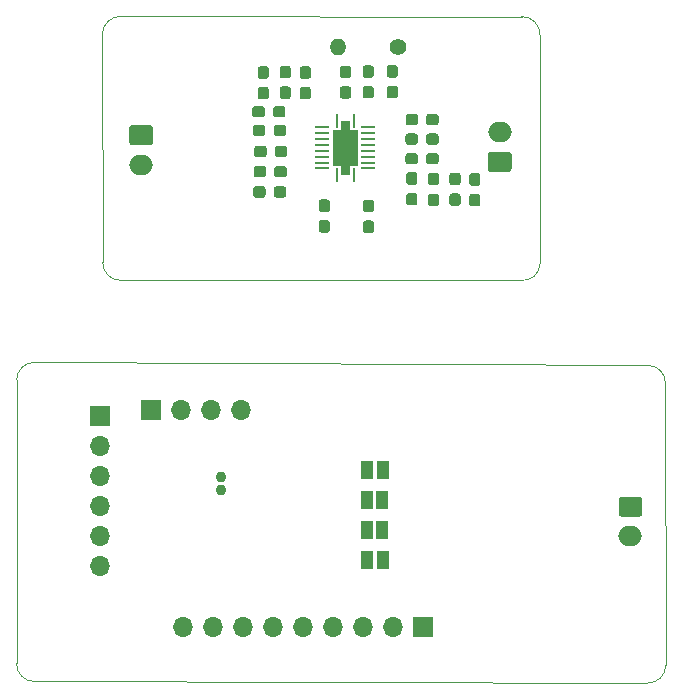
<source format=gbr>
%TF.GenerationSoftware,KiCad,Pcbnew,5.1.5+dfsg1-2build2*%
%TF.CreationDate,2021-04-08T10:41:37-07:00*%
%TF.ProjectId,spl_prototype,73706c5f-7072-46f7-946f-747970652e6b,rev?*%
%TF.SameCoordinates,Original*%
%TF.FileFunction,Soldermask,Bot*%
%TF.FilePolarity,Negative*%
%FSLAX46Y46*%
G04 Gerber Fmt 4.6, Leading zero omitted, Abs format (unit mm)*
G04 Created by KiCad (PCBNEW 5.1.5+dfsg1-2build2) date 2021-04-08 10:41:37*
%MOMM*%
%LPD*%
G04 APERTURE LIST*
%TA.AperFunction,Profile*%
%ADD10C,0.050000*%
%TD*%
%ADD11C,0.100000*%
%ADD12O,2.000000X1.700000*%
%ADD13R,1.000000X1.500000*%
%ADD14O,1.400000X1.400000*%
%ADD15C,1.400000*%
%ADD16C,0.920000*%
%ADD17R,1.700000X1.700000*%
%ADD18O,1.700000X1.700000*%
%ADD19C,0.200000*%
%ADD20R,0.240000X1.200000*%
%ADD21R,1.200000X0.240000*%
G04 APERTURE END LIST*
D10*
X97000000Y-44759201D02*
X96960034Y-25501071D01*
X132420000Y-46300000D02*
X98500649Y-46300000D01*
X134030000Y-25590649D02*
X134027699Y-44839584D01*
X98560000Y-23940799D02*
X132469351Y-23960000D01*
X132468914Y-23957945D02*
G75*
G02X134030000Y-25590649I11087J-1552056D01*
G01*
X134027699Y-44839584D02*
G75*
G02X132420000Y-46300000I-1457700J-10417D01*
G01*
X98500649Y-46300000D02*
G75*
G02X97000000Y-44759201I-10650J1490800D01*
G01*
X96960034Y-25501071D02*
G75*
G02X98560000Y-23940799I1549967J11072D01*
G01*
X89700000Y-78720000D02*
X89709201Y-54740649D01*
X143120000Y-80390000D02*
X91200649Y-80260799D01*
X144640000Y-55030000D02*
X144660799Y-78889351D01*
X91250000Y-53240000D02*
X143140000Y-53490000D01*
X144660799Y-78889351D02*
G75*
G02X143120000Y-80390000I-1490800J-10650D01*
G01*
X91200649Y-80260799D02*
G75*
G02X89700000Y-78720000I-10650J1490800D01*
G01*
X143139351Y-53489201D02*
G75*
G02X144640000Y-55030000I10650J-1490800D01*
G01*
X89709201Y-54740649D02*
G75*
G02X91250000Y-53240000I1490800J10650D01*
G01*
D11*
%TO.C,J8*%
G36*
X142454504Y-64601204D02*
G01*
X142478773Y-64604804D01*
X142502571Y-64610765D01*
X142525671Y-64619030D01*
X142547849Y-64629520D01*
X142568893Y-64642133D01*
X142588598Y-64656747D01*
X142606777Y-64673223D01*
X142623253Y-64691402D01*
X142637867Y-64711107D01*
X142650480Y-64732151D01*
X142660970Y-64754329D01*
X142669235Y-64777429D01*
X142675196Y-64801227D01*
X142678796Y-64825496D01*
X142680000Y-64850000D01*
X142680000Y-66050000D01*
X142678796Y-66074504D01*
X142675196Y-66098773D01*
X142669235Y-66122571D01*
X142660970Y-66145671D01*
X142650480Y-66167849D01*
X142637867Y-66188893D01*
X142623253Y-66208598D01*
X142606777Y-66226777D01*
X142588598Y-66243253D01*
X142568893Y-66257867D01*
X142547849Y-66270480D01*
X142525671Y-66280970D01*
X142502571Y-66289235D01*
X142478773Y-66295196D01*
X142454504Y-66298796D01*
X142430000Y-66300000D01*
X140930000Y-66300000D01*
X140905496Y-66298796D01*
X140881227Y-66295196D01*
X140857429Y-66289235D01*
X140834329Y-66280970D01*
X140812151Y-66270480D01*
X140791107Y-66257867D01*
X140771402Y-66243253D01*
X140753223Y-66226777D01*
X140736747Y-66208598D01*
X140722133Y-66188893D01*
X140709520Y-66167849D01*
X140699030Y-66145671D01*
X140690765Y-66122571D01*
X140684804Y-66098773D01*
X140681204Y-66074504D01*
X140680000Y-66050000D01*
X140680000Y-64850000D01*
X140681204Y-64825496D01*
X140684804Y-64801227D01*
X140690765Y-64777429D01*
X140699030Y-64754329D01*
X140709520Y-64732151D01*
X140722133Y-64711107D01*
X140736747Y-64691402D01*
X140753223Y-64673223D01*
X140771402Y-64656747D01*
X140791107Y-64642133D01*
X140812151Y-64629520D01*
X140834329Y-64619030D01*
X140857429Y-64610765D01*
X140881227Y-64604804D01*
X140905496Y-64601204D01*
X140930000Y-64600000D01*
X142430000Y-64600000D01*
X142454504Y-64601204D01*
G37*
D12*
X141680000Y-67950000D03*
%TD*%
%TO.C,J5*%
X130610000Y-33760000D03*
D11*
G36*
X131384504Y-35411204D02*
G01*
X131408773Y-35414804D01*
X131432571Y-35420765D01*
X131455671Y-35429030D01*
X131477849Y-35439520D01*
X131498893Y-35452133D01*
X131518598Y-35466747D01*
X131536777Y-35483223D01*
X131553253Y-35501402D01*
X131567867Y-35521107D01*
X131580480Y-35542151D01*
X131590970Y-35564329D01*
X131599235Y-35587429D01*
X131605196Y-35611227D01*
X131608796Y-35635496D01*
X131610000Y-35660000D01*
X131610000Y-36860000D01*
X131608796Y-36884504D01*
X131605196Y-36908773D01*
X131599235Y-36932571D01*
X131590970Y-36955671D01*
X131580480Y-36977849D01*
X131567867Y-36998893D01*
X131553253Y-37018598D01*
X131536777Y-37036777D01*
X131518598Y-37053253D01*
X131498893Y-37067867D01*
X131477849Y-37080480D01*
X131455671Y-37090970D01*
X131432571Y-37099235D01*
X131408773Y-37105196D01*
X131384504Y-37108796D01*
X131360000Y-37110000D01*
X129860000Y-37110000D01*
X129835496Y-37108796D01*
X129811227Y-37105196D01*
X129787429Y-37099235D01*
X129764329Y-37090970D01*
X129742151Y-37080480D01*
X129721107Y-37067867D01*
X129701402Y-37053253D01*
X129683223Y-37036777D01*
X129666747Y-37018598D01*
X129652133Y-36998893D01*
X129639520Y-36977849D01*
X129629030Y-36955671D01*
X129620765Y-36932571D01*
X129614804Y-36908773D01*
X129611204Y-36884504D01*
X129610000Y-36860000D01*
X129610000Y-35660000D01*
X129611204Y-35635496D01*
X129614804Y-35611227D01*
X129620765Y-35587429D01*
X129629030Y-35564329D01*
X129639520Y-35542151D01*
X129652133Y-35521107D01*
X129666747Y-35501402D01*
X129683223Y-35483223D01*
X129701402Y-35466747D01*
X129721107Y-35452133D01*
X129742151Y-35439520D01*
X129764329Y-35429030D01*
X129787429Y-35420765D01*
X129811227Y-35414804D01*
X129835496Y-35411204D01*
X129860000Y-35410000D01*
X131360000Y-35410000D01*
X131384504Y-35411204D01*
G37*
%TD*%
D13*
%TO.C,JP4*%
X120662000Y-64854000D03*
X119362000Y-64854000D03*
%TD*%
%TO.C,JP5*%
X120673001Y-67394000D03*
X119373001Y-67394000D03*
%TD*%
%TO.C,JP6*%
X120705001Y-69934000D03*
X119405001Y-69934000D03*
%TD*%
%TO.C,JP7*%
X119405001Y-62314000D03*
X120705001Y-62314000D03*
%TD*%
D14*
%TO.C,J6*%
X116940000Y-26570000D03*
D15*
X122020000Y-26570000D03*
%TD*%
D16*
%TO.C,Y1*%
X107022140Y-64066220D03*
X107022140Y-62966220D03*
%TD*%
D11*
%TO.C,R20*%
G36*
X110561819Y-33123624D02*
G01*
X110584874Y-33127043D01*
X110607483Y-33132707D01*
X110629427Y-33140559D01*
X110650497Y-33150524D01*
X110670488Y-33162506D01*
X110689208Y-33176390D01*
X110706478Y-33192042D01*
X110722130Y-33209312D01*
X110736014Y-33228032D01*
X110747996Y-33248023D01*
X110757961Y-33269093D01*
X110765813Y-33291037D01*
X110771477Y-33313646D01*
X110774896Y-33336701D01*
X110776040Y-33359980D01*
X110776040Y-33834980D01*
X110774896Y-33858259D01*
X110771477Y-33881314D01*
X110765813Y-33903923D01*
X110757961Y-33925867D01*
X110747996Y-33946937D01*
X110736014Y-33966928D01*
X110722130Y-33985648D01*
X110706478Y-34002918D01*
X110689208Y-34018570D01*
X110670488Y-34032454D01*
X110650497Y-34044436D01*
X110629427Y-34054401D01*
X110607483Y-34062253D01*
X110584874Y-34067917D01*
X110561819Y-34071336D01*
X110538540Y-34072480D01*
X109963540Y-34072480D01*
X109940261Y-34071336D01*
X109917206Y-34067917D01*
X109894597Y-34062253D01*
X109872653Y-34054401D01*
X109851583Y-34044436D01*
X109831592Y-34032454D01*
X109812872Y-34018570D01*
X109795602Y-34002918D01*
X109779950Y-33985648D01*
X109766066Y-33966928D01*
X109754084Y-33946937D01*
X109744119Y-33925867D01*
X109736267Y-33903923D01*
X109730603Y-33881314D01*
X109727184Y-33858259D01*
X109726040Y-33834980D01*
X109726040Y-33359980D01*
X109727184Y-33336701D01*
X109730603Y-33313646D01*
X109736267Y-33291037D01*
X109744119Y-33269093D01*
X109754084Y-33248023D01*
X109766066Y-33228032D01*
X109779950Y-33209312D01*
X109795602Y-33192042D01*
X109812872Y-33176390D01*
X109831592Y-33162506D01*
X109851583Y-33150524D01*
X109872653Y-33140559D01*
X109894597Y-33132707D01*
X109917206Y-33127043D01*
X109940261Y-33123624D01*
X109963540Y-33122480D01*
X110538540Y-33122480D01*
X110561819Y-33123624D01*
G37*
G36*
X112311819Y-33123624D02*
G01*
X112334874Y-33127043D01*
X112357483Y-33132707D01*
X112379427Y-33140559D01*
X112400497Y-33150524D01*
X112420488Y-33162506D01*
X112439208Y-33176390D01*
X112456478Y-33192042D01*
X112472130Y-33209312D01*
X112486014Y-33228032D01*
X112497996Y-33248023D01*
X112507961Y-33269093D01*
X112515813Y-33291037D01*
X112521477Y-33313646D01*
X112524896Y-33336701D01*
X112526040Y-33359980D01*
X112526040Y-33834980D01*
X112524896Y-33858259D01*
X112521477Y-33881314D01*
X112515813Y-33903923D01*
X112507961Y-33925867D01*
X112497996Y-33946937D01*
X112486014Y-33966928D01*
X112472130Y-33985648D01*
X112456478Y-34002918D01*
X112439208Y-34018570D01*
X112420488Y-34032454D01*
X112400497Y-34044436D01*
X112379427Y-34054401D01*
X112357483Y-34062253D01*
X112334874Y-34067917D01*
X112311819Y-34071336D01*
X112288540Y-34072480D01*
X111713540Y-34072480D01*
X111690261Y-34071336D01*
X111667206Y-34067917D01*
X111644597Y-34062253D01*
X111622653Y-34054401D01*
X111601583Y-34044436D01*
X111581592Y-34032454D01*
X111562872Y-34018570D01*
X111545602Y-34002918D01*
X111529950Y-33985648D01*
X111516066Y-33966928D01*
X111504084Y-33946937D01*
X111494119Y-33925867D01*
X111486267Y-33903923D01*
X111480603Y-33881314D01*
X111477184Y-33858259D01*
X111476040Y-33834980D01*
X111476040Y-33359980D01*
X111477184Y-33336701D01*
X111480603Y-33313646D01*
X111486267Y-33291037D01*
X111494119Y-33269093D01*
X111504084Y-33248023D01*
X111516066Y-33228032D01*
X111529950Y-33209312D01*
X111545602Y-33192042D01*
X111562872Y-33176390D01*
X111581592Y-33162506D01*
X111601583Y-33150524D01*
X111622653Y-33140559D01*
X111644597Y-33132707D01*
X111667206Y-33127043D01*
X111690261Y-33123624D01*
X111713540Y-33122480D01*
X112288540Y-33122480D01*
X112311819Y-33123624D01*
G37*
%TD*%
%TO.C,R19*%
G36*
X128759459Y-37233384D02*
G01*
X128782514Y-37236803D01*
X128805123Y-37242467D01*
X128827067Y-37250319D01*
X128848137Y-37260284D01*
X128868128Y-37272266D01*
X128886848Y-37286150D01*
X128904118Y-37301802D01*
X128919770Y-37319072D01*
X128933654Y-37337792D01*
X128945636Y-37357783D01*
X128955601Y-37378853D01*
X128963453Y-37400797D01*
X128969117Y-37423406D01*
X128972536Y-37446461D01*
X128973680Y-37469740D01*
X128973680Y-38044740D01*
X128972536Y-38068019D01*
X128969117Y-38091074D01*
X128963453Y-38113683D01*
X128955601Y-38135627D01*
X128945636Y-38156697D01*
X128933654Y-38176688D01*
X128919770Y-38195408D01*
X128904118Y-38212678D01*
X128886848Y-38228330D01*
X128868128Y-38242214D01*
X128848137Y-38254196D01*
X128827067Y-38264161D01*
X128805123Y-38272013D01*
X128782514Y-38277677D01*
X128759459Y-38281096D01*
X128736180Y-38282240D01*
X128261180Y-38282240D01*
X128237901Y-38281096D01*
X128214846Y-38277677D01*
X128192237Y-38272013D01*
X128170293Y-38264161D01*
X128149223Y-38254196D01*
X128129232Y-38242214D01*
X128110512Y-38228330D01*
X128093242Y-38212678D01*
X128077590Y-38195408D01*
X128063706Y-38176688D01*
X128051724Y-38156697D01*
X128041759Y-38135627D01*
X128033907Y-38113683D01*
X128028243Y-38091074D01*
X128024824Y-38068019D01*
X128023680Y-38044740D01*
X128023680Y-37469740D01*
X128024824Y-37446461D01*
X128028243Y-37423406D01*
X128033907Y-37400797D01*
X128041759Y-37378853D01*
X128051724Y-37357783D01*
X128063706Y-37337792D01*
X128077590Y-37319072D01*
X128093242Y-37301802D01*
X128110512Y-37286150D01*
X128129232Y-37272266D01*
X128149223Y-37260284D01*
X128170293Y-37250319D01*
X128192237Y-37242467D01*
X128214846Y-37236803D01*
X128237901Y-37233384D01*
X128261180Y-37232240D01*
X128736180Y-37232240D01*
X128759459Y-37233384D01*
G37*
G36*
X128759459Y-38983384D02*
G01*
X128782514Y-38986803D01*
X128805123Y-38992467D01*
X128827067Y-39000319D01*
X128848137Y-39010284D01*
X128868128Y-39022266D01*
X128886848Y-39036150D01*
X128904118Y-39051802D01*
X128919770Y-39069072D01*
X128933654Y-39087792D01*
X128945636Y-39107783D01*
X128955601Y-39128853D01*
X128963453Y-39150797D01*
X128969117Y-39173406D01*
X128972536Y-39196461D01*
X128973680Y-39219740D01*
X128973680Y-39794740D01*
X128972536Y-39818019D01*
X128969117Y-39841074D01*
X128963453Y-39863683D01*
X128955601Y-39885627D01*
X128945636Y-39906697D01*
X128933654Y-39926688D01*
X128919770Y-39945408D01*
X128904118Y-39962678D01*
X128886848Y-39978330D01*
X128868128Y-39992214D01*
X128848137Y-40004196D01*
X128827067Y-40014161D01*
X128805123Y-40022013D01*
X128782514Y-40027677D01*
X128759459Y-40031096D01*
X128736180Y-40032240D01*
X128261180Y-40032240D01*
X128237901Y-40031096D01*
X128214846Y-40027677D01*
X128192237Y-40022013D01*
X128170293Y-40014161D01*
X128149223Y-40004196D01*
X128129232Y-39992214D01*
X128110512Y-39978330D01*
X128093242Y-39962678D01*
X128077590Y-39945408D01*
X128063706Y-39926688D01*
X128051724Y-39906697D01*
X128041759Y-39885627D01*
X128033907Y-39863683D01*
X128028243Y-39841074D01*
X128024824Y-39818019D01*
X128023680Y-39794740D01*
X128023680Y-39219740D01*
X128024824Y-39196461D01*
X128028243Y-39173406D01*
X128033907Y-39150797D01*
X128041759Y-39128853D01*
X128051724Y-39107783D01*
X128063706Y-39087792D01*
X128077590Y-39069072D01*
X128093242Y-39051802D01*
X128110512Y-39036150D01*
X128129232Y-39022266D01*
X128149223Y-39010284D01*
X128170293Y-39000319D01*
X128192237Y-38992467D01*
X128214846Y-38986803D01*
X128237901Y-38983384D01*
X128261180Y-38982240D01*
X128736180Y-38982240D01*
X128759459Y-38983384D01*
G37*
%TD*%
%TO.C,R18*%
G36*
X114409419Y-28180344D02*
G01*
X114432474Y-28183763D01*
X114455083Y-28189427D01*
X114477027Y-28197279D01*
X114498097Y-28207244D01*
X114518088Y-28219226D01*
X114536808Y-28233110D01*
X114554078Y-28248762D01*
X114569730Y-28266032D01*
X114583614Y-28284752D01*
X114595596Y-28304743D01*
X114605561Y-28325813D01*
X114613413Y-28347757D01*
X114619077Y-28370366D01*
X114622496Y-28393421D01*
X114623640Y-28416700D01*
X114623640Y-28991700D01*
X114622496Y-29014979D01*
X114619077Y-29038034D01*
X114613413Y-29060643D01*
X114605561Y-29082587D01*
X114595596Y-29103657D01*
X114583614Y-29123648D01*
X114569730Y-29142368D01*
X114554078Y-29159638D01*
X114536808Y-29175290D01*
X114518088Y-29189174D01*
X114498097Y-29201156D01*
X114477027Y-29211121D01*
X114455083Y-29218973D01*
X114432474Y-29224637D01*
X114409419Y-29228056D01*
X114386140Y-29229200D01*
X113911140Y-29229200D01*
X113887861Y-29228056D01*
X113864806Y-29224637D01*
X113842197Y-29218973D01*
X113820253Y-29211121D01*
X113799183Y-29201156D01*
X113779192Y-29189174D01*
X113760472Y-29175290D01*
X113743202Y-29159638D01*
X113727550Y-29142368D01*
X113713666Y-29123648D01*
X113701684Y-29103657D01*
X113691719Y-29082587D01*
X113683867Y-29060643D01*
X113678203Y-29038034D01*
X113674784Y-29014979D01*
X113673640Y-28991700D01*
X113673640Y-28416700D01*
X113674784Y-28393421D01*
X113678203Y-28370366D01*
X113683867Y-28347757D01*
X113691719Y-28325813D01*
X113701684Y-28304743D01*
X113713666Y-28284752D01*
X113727550Y-28266032D01*
X113743202Y-28248762D01*
X113760472Y-28233110D01*
X113779192Y-28219226D01*
X113799183Y-28207244D01*
X113820253Y-28197279D01*
X113842197Y-28189427D01*
X113864806Y-28183763D01*
X113887861Y-28180344D01*
X113911140Y-28179200D01*
X114386140Y-28179200D01*
X114409419Y-28180344D01*
G37*
G36*
X114409419Y-29930344D02*
G01*
X114432474Y-29933763D01*
X114455083Y-29939427D01*
X114477027Y-29947279D01*
X114498097Y-29957244D01*
X114518088Y-29969226D01*
X114536808Y-29983110D01*
X114554078Y-29998762D01*
X114569730Y-30016032D01*
X114583614Y-30034752D01*
X114595596Y-30054743D01*
X114605561Y-30075813D01*
X114613413Y-30097757D01*
X114619077Y-30120366D01*
X114622496Y-30143421D01*
X114623640Y-30166700D01*
X114623640Y-30741700D01*
X114622496Y-30764979D01*
X114619077Y-30788034D01*
X114613413Y-30810643D01*
X114605561Y-30832587D01*
X114595596Y-30853657D01*
X114583614Y-30873648D01*
X114569730Y-30892368D01*
X114554078Y-30909638D01*
X114536808Y-30925290D01*
X114518088Y-30939174D01*
X114498097Y-30951156D01*
X114477027Y-30961121D01*
X114455083Y-30968973D01*
X114432474Y-30974637D01*
X114409419Y-30978056D01*
X114386140Y-30979200D01*
X113911140Y-30979200D01*
X113887861Y-30978056D01*
X113864806Y-30974637D01*
X113842197Y-30968973D01*
X113820253Y-30961121D01*
X113799183Y-30951156D01*
X113779192Y-30939174D01*
X113760472Y-30925290D01*
X113743202Y-30909638D01*
X113727550Y-30892368D01*
X113713666Y-30873648D01*
X113701684Y-30853657D01*
X113691719Y-30832587D01*
X113683867Y-30810643D01*
X113678203Y-30788034D01*
X113674784Y-30764979D01*
X113673640Y-30741700D01*
X113673640Y-30166700D01*
X113674784Y-30143421D01*
X113678203Y-30120366D01*
X113683867Y-30097757D01*
X113691719Y-30075813D01*
X113701684Y-30054743D01*
X113713666Y-30034752D01*
X113727550Y-30016032D01*
X113743202Y-29998762D01*
X113760472Y-29983110D01*
X113779192Y-29969226D01*
X113799183Y-29957244D01*
X113820253Y-29947279D01*
X113842197Y-29939427D01*
X113864806Y-29933763D01*
X113887861Y-29930344D01*
X113911140Y-29929200D01*
X114386140Y-29929200D01*
X114409419Y-29930344D01*
G37*
%TD*%
%TO.C,R17*%
G36*
X112702539Y-28134624D02*
G01*
X112725594Y-28138043D01*
X112748203Y-28143707D01*
X112770147Y-28151559D01*
X112791217Y-28161524D01*
X112811208Y-28173506D01*
X112829928Y-28187390D01*
X112847198Y-28203042D01*
X112862850Y-28220312D01*
X112876734Y-28239032D01*
X112888716Y-28259023D01*
X112898681Y-28280093D01*
X112906533Y-28302037D01*
X112912197Y-28324646D01*
X112915616Y-28347701D01*
X112916760Y-28370980D01*
X112916760Y-28945980D01*
X112915616Y-28969259D01*
X112912197Y-28992314D01*
X112906533Y-29014923D01*
X112898681Y-29036867D01*
X112888716Y-29057937D01*
X112876734Y-29077928D01*
X112862850Y-29096648D01*
X112847198Y-29113918D01*
X112829928Y-29129570D01*
X112811208Y-29143454D01*
X112791217Y-29155436D01*
X112770147Y-29165401D01*
X112748203Y-29173253D01*
X112725594Y-29178917D01*
X112702539Y-29182336D01*
X112679260Y-29183480D01*
X112204260Y-29183480D01*
X112180981Y-29182336D01*
X112157926Y-29178917D01*
X112135317Y-29173253D01*
X112113373Y-29165401D01*
X112092303Y-29155436D01*
X112072312Y-29143454D01*
X112053592Y-29129570D01*
X112036322Y-29113918D01*
X112020670Y-29096648D01*
X112006786Y-29077928D01*
X111994804Y-29057937D01*
X111984839Y-29036867D01*
X111976987Y-29014923D01*
X111971323Y-28992314D01*
X111967904Y-28969259D01*
X111966760Y-28945980D01*
X111966760Y-28370980D01*
X111967904Y-28347701D01*
X111971323Y-28324646D01*
X111976987Y-28302037D01*
X111984839Y-28280093D01*
X111994804Y-28259023D01*
X112006786Y-28239032D01*
X112020670Y-28220312D01*
X112036322Y-28203042D01*
X112053592Y-28187390D01*
X112072312Y-28173506D01*
X112092303Y-28161524D01*
X112113373Y-28151559D01*
X112135317Y-28143707D01*
X112157926Y-28138043D01*
X112180981Y-28134624D01*
X112204260Y-28133480D01*
X112679260Y-28133480D01*
X112702539Y-28134624D01*
G37*
G36*
X112702539Y-29884624D02*
G01*
X112725594Y-29888043D01*
X112748203Y-29893707D01*
X112770147Y-29901559D01*
X112791217Y-29911524D01*
X112811208Y-29923506D01*
X112829928Y-29937390D01*
X112847198Y-29953042D01*
X112862850Y-29970312D01*
X112876734Y-29989032D01*
X112888716Y-30009023D01*
X112898681Y-30030093D01*
X112906533Y-30052037D01*
X112912197Y-30074646D01*
X112915616Y-30097701D01*
X112916760Y-30120980D01*
X112916760Y-30695980D01*
X112915616Y-30719259D01*
X112912197Y-30742314D01*
X112906533Y-30764923D01*
X112898681Y-30786867D01*
X112888716Y-30807937D01*
X112876734Y-30827928D01*
X112862850Y-30846648D01*
X112847198Y-30863918D01*
X112829928Y-30879570D01*
X112811208Y-30893454D01*
X112791217Y-30905436D01*
X112770147Y-30915401D01*
X112748203Y-30923253D01*
X112725594Y-30928917D01*
X112702539Y-30932336D01*
X112679260Y-30933480D01*
X112204260Y-30933480D01*
X112180981Y-30932336D01*
X112157926Y-30928917D01*
X112135317Y-30923253D01*
X112113373Y-30915401D01*
X112092303Y-30905436D01*
X112072312Y-30893454D01*
X112053592Y-30879570D01*
X112036322Y-30863918D01*
X112020670Y-30846648D01*
X112006786Y-30827928D01*
X111994804Y-30807937D01*
X111984839Y-30786867D01*
X111976987Y-30764923D01*
X111971323Y-30742314D01*
X111967904Y-30719259D01*
X111966760Y-30695980D01*
X111966760Y-30120980D01*
X111967904Y-30097701D01*
X111971323Y-30074646D01*
X111976987Y-30052037D01*
X111984839Y-30030093D01*
X111994804Y-30009023D01*
X112006786Y-29989032D01*
X112020670Y-29970312D01*
X112036322Y-29953042D01*
X112053592Y-29937390D01*
X112072312Y-29923506D01*
X112092303Y-29911524D01*
X112113373Y-29901559D01*
X112135317Y-29893707D01*
X112157926Y-29888043D01*
X112180981Y-29884624D01*
X112204260Y-29883480D01*
X112679260Y-29883480D01*
X112702539Y-29884624D01*
G37*
%TD*%
%TO.C,R16*%
G36*
X110843259Y-29930344D02*
G01*
X110866314Y-29933763D01*
X110888923Y-29939427D01*
X110910867Y-29947279D01*
X110931937Y-29957244D01*
X110951928Y-29969226D01*
X110970648Y-29983110D01*
X110987918Y-29998762D01*
X111003570Y-30016032D01*
X111017454Y-30034752D01*
X111029436Y-30054743D01*
X111039401Y-30075813D01*
X111047253Y-30097757D01*
X111052917Y-30120366D01*
X111056336Y-30143421D01*
X111057480Y-30166700D01*
X111057480Y-30741700D01*
X111056336Y-30764979D01*
X111052917Y-30788034D01*
X111047253Y-30810643D01*
X111039401Y-30832587D01*
X111029436Y-30853657D01*
X111017454Y-30873648D01*
X111003570Y-30892368D01*
X110987918Y-30909638D01*
X110970648Y-30925290D01*
X110951928Y-30939174D01*
X110931937Y-30951156D01*
X110910867Y-30961121D01*
X110888923Y-30968973D01*
X110866314Y-30974637D01*
X110843259Y-30978056D01*
X110819980Y-30979200D01*
X110344980Y-30979200D01*
X110321701Y-30978056D01*
X110298646Y-30974637D01*
X110276037Y-30968973D01*
X110254093Y-30961121D01*
X110233023Y-30951156D01*
X110213032Y-30939174D01*
X110194312Y-30925290D01*
X110177042Y-30909638D01*
X110161390Y-30892368D01*
X110147506Y-30873648D01*
X110135524Y-30853657D01*
X110125559Y-30832587D01*
X110117707Y-30810643D01*
X110112043Y-30788034D01*
X110108624Y-30764979D01*
X110107480Y-30741700D01*
X110107480Y-30166700D01*
X110108624Y-30143421D01*
X110112043Y-30120366D01*
X110117707Y-30097757D01*
X110125559Y-30075813D01*
X110135524Y-30054743D01*
X110147506Y-30034752D01*
X110161390Y-30016032D01*
X110177042Y-29998762D01*
X110194312Y-29983110D01*
X110213032Y-29969226D01*
X110233023Y-29957244D01*
X110254093Y-29947279D01*
X110276037Y-29939427D01*
X110298646Y-29933763D01*
X110321701Y-29930344D01*
X110344980Y-29929200D01*
X110819980Y-29929200D01*
X110843259Y-29930344D01*
G37*
G36*
X110843259Y-28180344D02*
G01*
X110866314Y-28183763D01*
X110888923Y-28189427D01*
X110910867Y-28197279D01*
X110931937Y-28207244D01*
X110951928Y-28219226D01*
X110970648Y-28233110D01*
X110987918Y-28248762D01*
X111003570Y-28266032D01*
X111017454Y-28284752D01*
X111029436Y-28304743D01*
X111039401Y-28325813D01*
X111047253Y-28347757D01*
X111052917Y-28370366D01*
X111056336Y-28393421D01*
X111057480Y-28416700D01*
X111057480Y-28991700D01*
X111056336Y-29014979D01*
X111052917Y-29038034D01*
X111047253Y-29060643D01*
X111039401Y-29082587D01*
X111029436Y-29103657D01*
X111017454Y-29123648D01*
X111003570Y-29142368D01*
X110987918Y-29159638D01*
X110970648Y-29175290D01*
X110951928Y-29189174D01*
X110931937Y-29201156D01*
X110910867Y-29211121D01*
X110888923Y-29218973D01*
X110866314Y-29224637D01*
X110843259Y-29228056D01*
X110819980Y-29229200D01*
X110344980Y-29229200D01*
X110321701Y-29228056D01*
X110298646Y-29224637D01*
X110276037Y-29218973D01*
X110254093Y-29211121D01*
X110233023Y-29201156D01*
X110213032Y-29189174D01*
X110194312Y-29175290D01*
X110177042Y-29159638D01*
X110161390Y-29142368D01*
X110147506Y-29123648D01*
X110135524Y-29103657D01*
X110125559Y-29082587D01*
X110117707Y-29060643D01*
X110112043Y-29038034D01*
X110108624Y-29014979D01*
X110107480Y-28991700D01*
X110107480Y-28416700D01*
X110108624Y-28393421D01*
X110112043Y-28370366D01*
X110117707Y-28347757D01*
X110125559Y-28325813D01*
X110135524Y-28304743D01*
X110147506Y-28284752D01*
X110161390Y-28266032D01*
X110177042Y-28248762D01*
X110194312Y-28233110D01*
X110213032Y-28219226D01*
X110233023Y-28207244D01*
X110254093Y-28197279D01*
X110276037Y-28189427D01*
X110298646Y-28183763D01*
X110321701Y-28180344D01*
X110344980Y-28179200D01*
X110819980Y-28179200D01*
X110843259Y-28180344D01*
G37*
%TD*%
%TO.C,R14*%
G36*
X117807939Y-28109224D02*
G01*
X117830994Y-28112643D01*
X117853603Y-28118307D01*
X117875547Y-28126159D01*
X117896617Y-28136124D01*
X117916608Y-28148106D01*
X117935328Y-28161990D01*
X117952598Y-28177642D01*
X117968250Y-28194912D01*
X117982134Y-28213632D01*
X117994116Y-28233623D01*
X118004081Y-28254693D01*
X118011933Y-28276637D01*
X118017597Y-28299246D01*
X118021016Y-28322301D01*
X118022160Y-28345580D01*
X118022160Y-28920580D01*
X118021016Y-28943859D01*
X118017597Y-28966914D01*
X118011933Y-28989523D01*
X118004081Y-29011467D01*
X117994116Y-29032537D01*
X117982134Y-29052528D01*
X117968250Y-29071248D01*
X117952598Y-29088518D01*
X117935328Y-29104170D01*
X117916608Y-29118054D01*
X117896617Y-29130036D01*
X117875547Y-29140001D01*
X117853603Y-29147853D01*
X117830994Y-29153517D01*
X117807939Y-29156936D01*
X117784660Y-29158080D01*
X117309660Y-29158080D01*
X117286381Y-29156936D01*
X117263326Y-29153517D01*
X117240717Y-29147853D01*
X117218773Y-29140001D01*
X117197703Y-29130036D01*
X117177712Y-29118054D01*
X117158992Y-29104170D01*
X117141722Y-29088518D01*
X117126070Y-29071248D01*
X117112186Y-29052528D01*
X117100204Y-29032537D01*
X117090239Y-29011467D01*
X117082387Y-28989523D01*
X117076723Y-28966914D01*
X117073304Y-28943859D01*
X117072160Y-28920580D01*
X117072160Y-28345580D01*
X117073304Y-28322301D01*
X117076723Y-28299246D01*
X117082387Y-28276637D01*
X117090239Y-28254693D01*
X117100204Y-28233623D01*
X117112186Y-28213632D01*
X117126070Y-28194912D01*
X117141722Y-28177642D01*
X117158992Y-28161990D01*
X117177712Y-28148106D01*
X117197703Y-28136124D01*
X117218773Y-28126159D01*
X117240717Y-28118307D01*
X117263326Y-28112643D01*
X117286381Y-28109224D01*
X117309660Y-28108080D01*
X117784660Y-28108080D01*
X117807939Y-28109224D01*
G37*
G36*
X117807939Y-29859224D02*
G01*
X117830994Y-29862643D01*
X117853603Y-29868307D01*
X117875547Y-29876159D01*
X117896617Y-29886124D01*
X117916608Y-29898106D01*
X117935328Y-29911990D01*
X117952598Y-29927642D01*
X117968250Y-29944912D01*
X117982134Y-29963632D01*
X117994116Y-29983623D01*
X118004081Y-30004693D01*
X118011933Y-30026637D01*
X118017597Y-30049246D01*
X118021016Y-30072301D01*
X118022160Y-30095580D01*
X118022160Y-30670580D01*
X118021016Y-30693859D01*
X118017597Y-30716914D01*
X118011933Y-30739523D01*
X118004081Y-30761467D01*
X117994116Y-30782537D01*
X117982134Y-30802528D01*
X117968250Y-30821248D01*
X117952598Y-30838518D01*
X117935328Y-30854170D01*
X117916608Y-30868054D01*
X117896617Y-30880036D01*
X117875547Y-30890001D01*
X117853603Y-30897853D01*
X117830994Y-30903517D01*
X117807939Y-30906936D01*
X117784660Y-30908080D01*
X117309660Y-30908080D01*
X117286381Y-30906936D01*
X117263326Y-30903517D01*
X117240717Y-30897853D01*
X117218773Y-30890001D01*
X117197703Y-30880036D01*
X117177712Y-30868054D01*
X117158992Y-30854170D01*
X117141722Y-30838518D01*
X117126070Y-30821248D01*
X117112186Y-30802528D01*
X117100204Y-30782537D01*
X117090239Y-30761467D01*
X117082387Y-30739523D01*
X117076723Y-30716914D01*
X117073304Y-30693859D01*
X117072160Y-30670580D01*
X117072160Y-30095580D01*
X117073304Y-30072301D01*
X117076723Y-30049246D01*
X117082387Y-30026637D01*
X117090239Y-30004693D01*
X117100204Y-29983623D01*
X117112186Y-29963632D01*
X117126070Y-29944912D01*
X117141722Y-29927642D01*
X117158992Y-29911990D01*
X117177712Y-29898106D01*
X117197703Y-29886124D01*
X117218773Y-29876159D01*
X117240717Y-29868307D01*
X117263326Y-29862643D01*
X117286381Y-29859224D01*
X117309660Y-29858080D01*
X117784660Y-29858080D01*
X117807939Y-29859224D01*
G37*
%TD*%
%TO.C,R13*%
G36*
X119728179Y-29849064D02*
G01*
X119751234Y-29852483D01*
X119773843Y-29858147D01*
X119795787Y-29865999D01*
X119816857Y-29875964D01*
X119836848Y-29887946D01*
X119855568Y-29901830D01*
X119872838Y-29917482D01*
X119888490Y-29934752D01*
X119902374Y-29953472D01*
X119914356Y-29973463D01*
X119924321Y-29994533D01*
X119932173Y-30016477D01*
X119937837Y-30039086D01*
X119941256Y-30062141D01*
X119942400Y-30085420D01*
X119942400Y-30660420D01*
X119941256Y-30683699D01*
X119937837Y-30706754D01*
X119932173Y-30729363D01*
X119924321Y-30751307D01*
X119914356Y-30772377D01*
X119902374Y-30792368D01*
X119888490Y-30811088D01*
X119872838Y-30828358D01*
X119855568Y-30844010D01*
X119836848Y-30857894D01*
X119816857Y-30869876D01*
X119795787Y-30879841D01*
X119773843Y-30887693D01*
X119751234Y-30893357D01*
X119728179Y-30896776D01*
X119704900Y-30897920D01*
X119229900Y-30897920D01*
X119206621Y-30896776D01*
X119183566Y-30893357D01*
X119160957Y-30887693D01*
X119139013Y-30879841D01*
X119117943Y-30869876D01*
X119097952Y-30857894D01*
X119079232Y-30844010D01*
X119061962Y-30828358D01*
X119046310Y-30811088D01*
X119032426Y-30792368D01*
X119020444Y-30772377D01*
X119010479Y-30751307D01*
X119002627Y-30729363D01*
X118996963Y-30706754D01*
X118993544Y-30683699D01*
X118992400Y-30660420D01*
X118992400Y-30085420D01*
X118993544Y-30062141D01*
X118996963Y-30039086D01*
X119002627Y-30016477D01*
X119010479Y-29994533D01*
X119020444Y-29973463D01*
X119032426Y-29953472D01*
X119046310Y-29934752D01*
X119061962Y-29917482D01*
X119079232Y-29901830D01*
X119097952Y-29887946D01*
X119117943Y-29875964D01*
X119139013Y-29865999D01*
X119160957Y-29858147D01*
X119183566Y-29852483D01*
X119206621Y-29849064D01*
X119229900Y-29847920D01*
X119704900Y-29847920D01*
X119728179Y-29849064D01*
G37*
G36*
X119728179Y-28099064D02*
G01*
X119751234Y-28102483D01*
X119773843Y-28108147D01*
X119795787Y-28115999D01*
X119816857Y-28125964D01*
X119836848Y-28137946D01*
X119855568Y-28151830D01*
X119872838Y-28167482D01*
X119888490Y-28184752D01*
X119902374Y-28203472D01*
X119914356Y-28223463D01*
X119924321Y-28244533D01*
X119932173Y-28266477D01*
X119937837Y-28289086D01*
X119941256Y-28312141D01*
X119942400Y-28335420D01*
X119942400Y-28910420D01*
X119941256Y-28933699D01*
X119937837Y-28956754D01*
X119932173Y-28979363D01*
X119924321Y-29001307D01*
X119914356Y-29022377D01*
X119902374Y-29042368D01*
X119888490Y-29061088D01*
X119872838Y-29078358D01*
X119855568Y-29094010D01*
X119836848Y-29107894D01*
X119816857Y-29119876D01*
X119795787Y-29129841D01*
X119773843Y-29137693D01*
X119751234Y-29143357D01*
X119728179Y-29146776D01*
X119704900Y-29147920D01*
X119229900Y-29147920D01*
X119206621Y-29146776D01*
X119183566Y-29143357D01*
X119160957Y-29137693D01*
X119139013Y-29129841D01*
X119117943Y-29119876D01*
X119097952Y-29107894D01*
X119079232Y-29094010D01*
X119061962Y-29078358D01*
X119046310Y-29061088D01*
X119032426Y-29042368D01*
X119020444Y-29022377D01*
X119010479Y-29001307D01*
X119002627Y-28979363D01*
X118996963Y-28956754D01*
X118993544Y-28933699D01*
X118992400Y-28910420D01*
X118992400Y-28335420D01*
X118993544Y-28312141D01*
X118996963Y-28289086D01*
X119002627Y-28266477D01*
X119010479Y-28244533D01*
X119020444Y-28223463D01*
X119032426Y-28203472D01*
X119046310Y-28184752D01*
X119061962Y-28167482D01*
X119079232Y-28151830D01*
X119097952Y-28137946D01*
X119117943Y-28125964D01*
X119139013Y-28115999D01*
X119160957Y-28108147D01*
X119183566Y-28102483D01*
X119206621Y-28099064D01*
X119229900Y-28097920D01*
X119704900Y-28097920D01*
X119728179Y-28099064D01*
G37*
%TD*%
%TO.C,D3*%
G36*
X110490699Y-31558984D02*
G01*
X110513754Y-31562403D01*
X110536363Y-31568067D01*
X110558307Y-31575919D01*
X110579377Y-31585884D01*
X110599368Y-31597866D01*
X110618088Y-31611750D01*
X110635358Y-31627402D01*
X110651010Y-31644672D01*
X110664894Y-31663392D01*
X110676876Y-31683383D01*
X110686841Y-31704453D01*
X110694693Y-31726397D01*
X110700357Y-31749006D01*
X110703776Y-31772061D01*
X110704920Y-31795340D01*
X110704920Y-32270340D01*
X110703776Y-32293619D01*
X110700357Y-32316674D01*
X110694693Y-32339283D01*
X110686841Y-32361227D01*
X110676876Y-32382297D01*
X110664894Y-32402288D01*
X110651010Y-32421008D01*
X110635358Y-32438278D01*
X110618088Y-32453930D01*
X110599368Y-32467814D01*
X110579377Y-32479796D01*
X110558307Y-32489761D01*
X110536363Y-32497613D01*
X110513754Y-32503277D01*
X110490699Y-32506696D01*
X110467420Y-32507840D01*
X109892420Y-32507840D01*
X109869141Y-32506696D01*
X109846086Y-32503277D01*
X109823477Y-32497613D01*
X109801533Y-32489761D01*
X109780463Y-32479796D01*
X109760472Y-32467814D01*
X109741752Y-32453930D01*
X109724482Y-32438278D01*
X109708830Y-32421008D01*
X109694946Y-32402288D01*
X109682964Y-32382297D01*
X109672999Y-32361227D01*
X109665147Y-32339283D01*
X109659483Y-32316674D01*
X109656064Y-32293619D01*
X109654920Y-32270340D01*
X109654920Y-31795340D01*
X109656064Y-31772061D01*
X109659483Y-31749006D01*
X109665147Y-31726397D01*
X109672999Y-31704453D01*
X109682964Y-31683383D01*
X109694946Y-31663392D01*
X109708830Y-31644672D01*
X109724482Y-31627402D01*
X109741752Y-31611750D01*
X109760472Y-31597866D01*
X109780463Y-31585884D01*
X109801533Y-31575919D01*
X109823477Y-31568067D01*
X109846086Y-31562403D01*
X109869141Y-31558984D01*
X109892420Y-31557840D01*
X110467420Y-31557840D01*
X110490699Y-31558984D01*
G37*
G36*
X112240699Y-31558984D02*
G01*
X112263754Y-31562403D01*
X112286363Y-31568067D01*
X112308307Y-31575919D01*
X112329377Y-31585884D01*
X112349368Y-31597866D01*
X112368088Y-31611750D01*
X112385358Y-31627402D01*
X112401010Y-31644672D01*
X112414894Y-31663392D01*
X112426876Y-31683383D01*
X112436841Y-31704453D01*
X112444693Y-31726397D01*
X112450357Y-31749006D01*
X112453776Y-31772061D01*
X112454920Y-31795340D01*
X112454920Y-32270340D01*
X112453776Y-32293619D01*
X112450357Y-32316674D01*
X112444693Y-32339283D01*
X112436841Y-32361227D01*
X112426876Y-32382297D01*
X112414894Y-32402288D01*
X112401010Y-32421008D01*
X112385358Y-32438278D01*
X112368088Y-32453930D01*
X112349368Y-32467814D01*
X112329377Y-32479796D01*
X112308307Y-32489761D01*
X112286363Y-32497613D01*
X112263754Y-32503277D01*
X112240699Y-32506696D01*
X112217420Y-32507840D01*
X111642420Y-32507840D01*
X111619141Y-32506696D01*
X111596086Y-32503277D01*
X111573477Y-32497613D01*
X111551533Y-32489761D01*
X111530463Y-32479796D01*
X111510472Y-32467814D01*
X111491752Y-32453930D01*
X111474482Y-32438278D01*
X111458830Y-32421008D01*
X111444946Y-32402288D01*
X111432964Y-32382297D01*
X111422999Y-32361227D01*
X111415147Y-32339283D01*
X111409483Y-32316674D01*
X111406064Y-32293619D01*
X111404920Y-32270340D01*
X111404920Y-31795340D01*
X111406064Y-31772061D01*
X111409483Y-31749006D01*
X111415147Y-31726397D01*
X111422999Y-31704453D01*
X111432964Y-31683383D01*
X111444946Y-31663392D01*
X111458830Y-31644672D01*
X111474482Y-31627402D01*
X111491752Y-31611750D01*
X111510472Y-31597866D01*
X111530463Y-31585884D01*
X111551533Y-31575919D01*
X111573477Y-31568067D01*
X111596086Y-31562403D01*
X111619141Y-31558984D01*
X111642420Y-31557840D01*
X112217420Y-31557840D01*
X112240699Y-31558984D01*
G37*
%TD*%
%TO.C,C32*%
G36*
X127083059Y-38942744D02*
G01*
X127106114Y-38946163D01*
X127128723Y-38951827D01*
X127150667Y-38959679D01*
X127171737Y-38969644D01*
X127191728Y-38981626D01*
X127210448Y-38995510D01*
X127227718Y-39011162D01*
X127243370Y-39028432D01*
X127257254Y-39047152D01*
X127269236Y-39067143D01*
X127279201Y-39088213D01*
X127287053Y-39110157D01*
X127292717Y-39132766D01*
X127296136Y-39155821D01*
X127297280Y-39179100D01*
X127297280Y-39754100D01*
X127296136Y-39777379D01*
X127292717Y-39800434D01*
X127287053Y-39823043D01*
X127279201Y-39844987D01*
X127269236Y-39866057D01*
X127257254Y-39886048D01*
X127243370Y-39904768D01*
X127227718Y-39922038D01*
X127210448Y-39937690D01*
X127191728Y-39951574D01*
X127171737Y-39963556D01*
X127150667Y-39973521D01*
X127128723Y-39981373D01*
X127106114Y-39987037D01*
X127083059Y-39990456D01*
X127059780Y-39991600D01*
X126584780Y-39991600D01*
X126561501Y-39990456D01*
X126538446Y-39987037D01*
X126515837Y-39981373D01*
X126493893Y-39973521D01*
X126472823Y-39963556D01*
X126452832Y-39951574D01*
X126434112Y-39937690D01*
X126416842Y-39922038D01*
X126401190Y-39904768D01*
X126387306Y-39886048D01*
X126375324Y-39866057D01*
X126365359Y-39844987D01*
X126357507Y-39823043D01*
X126351843Y-39800434D01*
X126348424Y-39777379D01*
X126347280Y-39754100D01*
X126347280Y-39179100D01*
X126348424Y-39155821D01*
X126351843Y-39132766D01*
X126357507Y-39110157D01*
X126365359Y-39088213D01*
X126375324Y-39067143D01*
X126387306Y-39047152D01*
X126401190Y-39028432D01*
X126416842Y-39011162D01*
X126434112Y-38995510D01*
X126452832Y-38981626D01*
X126472823Y-38969644D01*
X126493893Y-38959679D01*
X126515837Y-38951827D01*
X126538446Y-38946163D01*
X126561501Y-38942744D01*
X126584780Y-38941600D01*
X127059780Y-38941600D01*
X127083059Y-38942744D01*
G37*
G36*
X127083059Y-37192744D02*
G01*
X127106114Y-37196163D01*
X127128723Y-37201827D01*
X127150667Y-37209679D01*
X127171737Y-37219644D01*
X127191728Y-37231626D01*
X127210448Y-37245510D01*
X127227718Y-37261162D01*
X127243370Y-37278432D01*
X127257254Y-37297152D01*
X127269236Y-37317143D01*
X127279201Y-37338213D01*
X127287053Y-37360157D01*
X127292717Y-37382766D01*
X127296136Y-37405821D01*
X127297280Y-37429100D01*
X127297280Y-38004100D01*
X127296136Y-38027379D01*
X127292717Y-38050434D01*
X127287053Y-38073043D01*
X127279201Y-38094987D01*
X127269236Y-38116057D01*
X127257254Y-38136048D01*
X127243370Y-38154768D01*
X127227718Y-38172038D01*
X127210448Y-38187690D01*
X127191728Y-38201574D01*
X127171737Y-38213556D01*
X127150667Y-38223521D01*
X127128723Y-38231373D01*
X127106114Y-38237037D01*
X127083059Y-38240456D01*
X127059780Y-38241600D01*
X126584780Y-38241600D01*
X126561501Y-38240456D01*
X126538446Y-38237037D01*
X126515837Y-38231373D01*
X126493893Y-38223521D01*
X126472823Y-38213556D01*
X126452832Y-38201574D01*
X126434112Y-38187690D01*
X126416842Y-38172038D01*
X126401190Y-38154768D01*
X126387306Y-38136048D01*
X126375324Y-38116057D01*
X126365359Y-38094987D01*
X126357507Y-38073043D01*
X126351843Y-38050434D01*
X126348424Y-38027379D01*
X126347280Y-38004100D01*
X126347280Y-37429100D01*
X126348424Y-37405821D01*
X126351843Y-37382766D01*
X126357507Y-37360157D01*
X126365359Y-37338213D01*
X126375324Y-37317143D01*
X126387306Y-37297152D01*
X126401190Y-37278432D01*
X126416842Y-37261162D01*
X126434112Y-37245510D01*
X126452832Y-37231626D01*
X126472823Y-37219644D01*
X126493893Y-37209679D01*
X126515837Y-37201827D01*
X126538446Y-37196163D01*
X126561501Y-37192744D01*
X126584780Y-37191600D01*
X127059780Y-37191600D01*
X127083059Y-37192744D01*
G37*
%TD*%
%TO.C,C31*%
G36*
X125265379Y-38947344D02*
G01*
X125288434Y-38950763D01*
X125311043Y-38956427D01*
X125332987Y-38964279D01*
X125354057Y-38974244D01*
X125374048Y-38986226D01*
X125392768Y-39000110D01*
X125410038Y-39015762D01*
X125425690Y-39033032D01*
X125439574Y-39051752D01*
X125451556Y-39071743D01*
X125461521Y-39092813D01*
X125469373Y-39114757D01*
X125475037Y-39137366D01*
X125478456Y-39160421D01*
X125479600Y-39183700D01*
X125479600Y-39758700D01*
X125478456Y-39781979D01*
X125475037Y-39805034D01*
X125469373Y-39827643D01*
X125461521Y-39849587D01*
X125451556Y-39870657D01*
X125439574Y-39890648D01*
X125425690Y-39909368D01*
X125410038Y-39926638D01*
X125392768Y-39942290D01*
X125374048Y-39956174D01*
X125354057Y-39968156D01*
X125332987Y-39978121D01*
X125311043Y-39985973D01*
X125288434Y-39991637D01*
X125265379Y-39995056D01*
X125242100Y-39996200D01*
X124767100Y-39996200D01*
X124743821Y-39995056D01*
X124720766Y-39991637D01*
X124698157Y-39985973D01*
X124676213Y-39978121D01*
X124655143Y-39968156D01*
X124635152Y-39956174D01*
X124616432Y-39942290D01*
X124599162Y-39926638D01*
X124583510Y-39909368D01*
X124569626Y-39890648D01*
X124557644Y-39870657D01*
X124547679Y-39849587D01*
X124539827Y-39827643D01*
X124534163Y-39805034D01*
X124530744Y-39781979D01*
X124529600Y-39758700D01*
X124529600Y-39183700D01*
X124530744Y-39160421D01*
X124534163Y-39137366D01*
X124539827Y-39114757D01*
X124547679Y-39092813D01*
X124557644Y-39071743D01*
X124569626Y-39051752D01*
X124583510Y-39033032D01*
X124599162Y-39015762D01*
X124616432Y-39000110D01*
X124635152Y-38986226D01*
X124655143Y-38974244D01*
X124676213Y-38964279D01*
X124698157Y-38956427D01*
X124720766Y-38950763D01*
X124743821Y-38947344D01*
X124767100Y-38946200D01*
X125242100Y-38946200D01*
X125265379Y-38947344D01*
G37*
G36*
X125265379Y-37197344D02*
G01*
X125288434Y-37200763D01*
X125311043Y-37206427D01*
X125332987Y-37214279D01*
X125354057Y-37224244D01*
X125374048Y-37236226D01*
X125392768Y-37250110D01*
X125410038Y-37265762D01*
X125425690Y-37283032D01*
X125439574Y-37301752D01*
X125451556Y-37321743D01*
X125461521Y-37342813D01*
X125469373Y-37364757D01*
X125475037Y-37387366D01*
X125478456Y-37410421D01*
X125479600Y-37433700D01*
X125479600Y-38008700D01*
X125478456Y-38031979D01*
X125475037Y-38055034D01*
X125469373Y-38077643D01*
X125461521Y-38099587D01*
X125451556Y-38120657D01*
X125439574Y-38140648D01*
X125425690Y-38159368D01*
X125410038Y-38176638D01*
X125392768Y-38192290D01*
X125374048Y-38206174D01*
X125354057Y-38218156D01*
X125332987Y-38228121D01*
X125311043Y-38235973D01*
X125288434Y-38241637D01*
X125265379Y-38245056D01*
X125242100Y-38246200D01*
X124767100Y-38246200D01*
X124743821Y-38245056D01*
X124720766Y-38241637D01*
X124698157Y-38235973D01*
X124676213Y-38228121D01*
X124655143Y-38218156D01*
X124635152Y-38206174D01*
X124616432Y-38192290D01*
X124599162Y-38176638D01*
X124583510Y-38159368D01*
X124569626Y-38140648D01*
X124557644Y-38120657D01*
X124547679Y-38099587D01*
X124539827Y-38077643D01*
X124534163Y-38055034D01*
X124530744Y-38031979D01*
X124529600Y-38008700D01*
X124529600Y-37433700D01*
X124530744Y-37410421D01*
X124534163Y-37387366D01*
X124539827Y-37364757D01*
X124547679Y-37342813D01*
X124557644Y-37321743D01*
X124569626Y-37301752D01*
X124583510Y-37283032D01*
X124599162Y-37265762D01*
X124616432Y-37250110D01*
X124635152Y-37236226D01*
X124655143Y-37224244D01*
X124676213Y-37214279D01*
X124698157Y-37206427D01*
X124720766Y-37200763D01*
X124743821Y-37197344D01*
X124767100Y-37196200D01*
X125242100Y-37196200D01*
X125265379Y-37197344D01*
G37*
%TD*%
%TO.C,C30*%
G36*
X123431459Y-38896544D02*
G01*
X123454514Y-38899963D01*
X123477123Y-38905627D01*
X123499067Y-38913479D01*
X123520137Y-38923444D01*
X123540128Y-38935426D01*
X123558848Y-38949310D01*
X123576118Y-38964962D01*
X123591770Y-38982232D01*
X123605654Y-39000952D01*
X123617636Y-39020943D01*
X123627601Y-39042013D01*
X123635453Y-39063957D01*
X123641117Y-39086566D01*
X123644536Y-39109621D01*
X123645680Y-39132900D01*
X123645680Y-39707900D01*
X123644536Y-39731179D01*
X123641117Y-39754234D01*
X123635453Y-39776843D01*
X123627601Y-39798787D01*
X123617636Y-39819857D01*
X123605654Y-39839848D01*
X123591770Y-39858568D01*
X123576118Y-39875838D01*
X123558848Y-39891490D01*
X123540128Y-39905374D01*
X123520137Y-39917356D01*
X123499067Y-39927321D01*
X123477123Y-39935173D01*
X123454514Y-39940837D01*
X123431459Y-39944256D01*
X123408180Y-39945400D01*
X122933180Y-39945400D01*
X122909901Y-39944256D01*
X122886846Y-39940837D01*
X122864237Y-39935173D01*
X122842293Y-39927321D01*
X122821223Y-39917356D01*
X122801232Y-39905374D01*
X122782512Y-39891490D01*
X122765242Y-39875838D01*
X122749590Y-39858568D01*
X122735706Y-39839848D01*
X122723724Y-39819857D01*
X122713759Y-39798787D01*
X122705907Y-39776843D01*
X122700243Y-39754234D01*
X122696824Y-39731179D01*
X122695680Y-39707900D01*
X122695680Y-39132900D01*
X122696824Y-39109621D01*
X122700243Y-39086566D01*
X122705907Y-39063957D01*
X122713759Y-39042013D01*
X122723724Y-39020943D01*
X122735706Y-39000952D01*
X122749590Y-38982232D01*
X122765242Y-38964962D01*
X122782512Y-38949310D01*
X122801232Y-38935426D01*
X122821223Y-38923444D01*
X122842293Y-38913479D01*
X122864237Y-38905627D01*
X122886846Y-38899963D01*
X122909901Y-38896544D01*
X122933180Y-38895400D01*
X123408180Y-38895400D01*
X123431459Y-38896544D01*
G37*
G36*
X123431459Y-37146544D02*
G01*
X123454514Y-37149963D01*
X123477123Y-37155627D01*
X123499067Y-37163479D01*
X123520137Y-37173444D01*
X123540128Y-37185426D01*
X123558848Y-37199310D01*
X123576118Y-37214962D01*
X123591770Y-37232232D01*
X123605654Y-37250952D01*
X123617636Y-37270943D01*
X123627601Y-37292013D01*
X123635453Y-37313957D01*
X123641117Y-37336566D01*
X123644536Y-37359621D01*
X123645680Y-37382900D01*
X123645680Y-37957900D01*
X123644536Y-37981179D01*
X123641117Y-38004234D01*
X123635453Y-38026843D01*
X123627601Y-38048787D01*
X123617636Y-38069857D01*
X123605654Y-38089848D01*
X123591770Y-38108568D01*
X123576118Y-38125838D01*
X123558848Y-38141490D01*
X123540128Y-38155374D01*
X123520137Y-38167356D01*
X123499067Y-38177321D01*
X123477123Y-38185173D01*
X123454514Y-38190837D01*
X123431459Y-38194256D01*
X123408180Y-38195400D01*
X122933180Y-38195400D01*
X122909901Y-38194256D01*
X122886846Y-38190837D01*
X122864237Y-38185173D01*
X122842293Y-38177321D01*
X122821223Y-38167356D01*
X122801232Y-38155374D01*
X122782512Y-38141490D01*
X122765242Y-38125838D01*
X122749590Y-38108568D01*
X122735706Y-38089848D01*
X122723724Y-38069857D01*
X122713759Y-38048787D01*
X122705907Y-38026843D01*
X122700243Y-38004234D01*
X122696824Y-37981179D01*
X122695680Y-37957900D01*
X122695680Y-37382900D01*
X122696824Y-37359621D01*
X122700243Y-37336566D01*
X122705907Y-37313957D01*
X122713759Y-37292013D01*
X122723724Y-37270943D01*
X122735706Y-37250952D01*
X122749590Y-37232232D01*
X122765242Y-37214962D01*
X122782512Y-37199310D01*
X122801232Y-37185426D01*
X122821223Y-37173444D01*
X122842293Y-37163479D01*
X122864237Y-37155627D01*
X122886846Y-37149963D01*
X122909901Y-37146544D01*
X122933180Y-37145400D01*
X123408180Y-37145400D01*
X123431459Y-37146544D01*
G37*
%TD*%
%TO.C,C29*%
G36*
X121770339Y-28083824D02*
G01*
X121793394Y-28087243D01*
X121816003Y-28092907D01*
X121837947Y-28100759D01*
X121859017Y-28110724D01*
X121879008Y-28122706D01*
X121897728Y-28136590D01*
X121914998Y-28152242D01*
X121930650Y-28169512D01*
X121944534Y-28188232D01*
X121956516Y-28208223D01*
X121966481Y-28229293D01*
X121974333Y-28251237D01*
X121979997Y-28273846D01*
X121983416Y-28296901D01*
X121984560Y-28320180D01*
X121984560Y-28895180D01*
X121983416Y-28918459D01*
X121979997Y-28941514D01*
X121974333Y-28964123D01*
X121966481Y-28986067D01*
X121956516Y-29007137D01*
X121944534Y-29027128D01*
X121930650Y-29045848D01*
X121914998Y-29063118D01*
X121897728Y-29078770D01*
X121879008Y-29092654D01*
X121859017Y-29104636D01*
X121837947Y-29114601D01*
X121816003Y-29122453D01*
X121793394Y-29128117D01*
X121770339Y-29131536D01*
X121747060Y-29132680D01*
X121272060Y-29132680D01*
X121248781Y-29131536D01*
X121225726Y-29128117D01*
X121203117Y-29122453D01*
X121181173Y-29114601D01*
X121160103Y-29104636D01*
X121140112Y-29092654D01*
X121121392Y-29078770D01*
X121104122Y-29063118D01*
X121088470Y-29045848D01*
X121074586Y-29027128D01*
X121062604Y-29007137D01*
X121052639Y-28986067D01*
X121044787Y-28964123D01*
X121039123Y-28941514D01*
X121035704Y-28918459D01*
X121034560Y-28895180D01*
X121034560Y-28320180D01*
X121035704Y-28296901D01*
X121039123Y-28273846D01*
X121044787Y-28251237D01*
X121052639Y-28229293D01*
X121062604Y-28208223D01*
X121074586Y-28188232D01*
X121088470Y-28169512D01*
X121104122Y-28152242D01*
X121121392Y-28136590D01*
X121140112Y-28122706D01*
X121160103Y-28110724D01*
X121181173Y-28100759D01*
X121203117Y-28092907D01*
X121225726Y-28087243D01*
X121248781Y-28083824D01*
X121272060Y-28082680D01*
X121747060Y-28082680D01*
X121770339Y-28083824D01*
G37*
G36*
X121770339Y-29833824D02*
G01*
X121793394Y-29837243D01*
X121816003Y-29842907D01*
X121837947Y-29850759D01*
X121859017Y-29860724D01*
X121879008Y-29872706D01*
X121897728Y-29886590D01*
X121914998Y-29902242D01*
X121930650Y-29919512D01*
X121944534Y-29938232D01*
X121956516Y-29958223D01*
X121966481Y-29979293D01*
X121974333Y-30001237D01*
X121979997Y-30023846D01*
X121983416Y-30046901D01*
X121984560Y-30070180D01*
X121984560Y-30645180D01*
X121983416Y-30668459D01*
X121979997Y-30691514D01*
X121974333Y-30714123D01*
X121966481Y-30736067D01*
X121956516Y-30757137D01*
X121944534Y-30777128D01*
X121930650Y-30795848D01*
X121914998Y-30813118D01*
X121897728Y-30828770D01*
X121879008Y-30842654D01*
X121859017Y-30854636D01*
X121837947Y-30864601D01*
X121816003Y-30872453D01*
X121793394Y-30878117D01*
X121770339Y-30881536D01*
X121747060Y-30882680D01*
X121272060Y-30882680D01*
X121248781Y-30881536D01*
X121225726Y-30878117D01*
X121203117Y-30872453D01*
X121181173Y-30864601D01*
X121160103Y-30854636D01*
X121140112Y-30842654D01*
X121121392Y-30828770D01*
X121104122Y-30813118D01*
X121088470Y-30795848D01*
X121074586Y-30777128D01*
X121062604Y-30757137D01*
X121052639Y-30736067D01*
X121044787Y-30714123D01*
X121039123Y-30691514D01*
X121035704Y-30668459D01*
X121034560Y-30645180D01*
X121034560Y-30070180D01*
X121035704Y-30046901D01*
X121039123Y-30023846D01*
X121044787Y-30001237D01*
X121052639Y-29979293D01*
X121062604Y-29958223D01*
X121074586Y-29938232D01*
X121088470Y-29919512D01*
X121104122Y-29902242D01*
X121121392Y-29886590D01*
X121140112Y-29872706D01*
X121160103Y-29860724D01*
X121181173Y-29850759D01*
X121203117Y-29842907D01*
X121225726Y-29837243D01*
X121248781Y-29833824D01*
X121272060Y-29832680D01*
X121747060Y-29832680D01*
X121770339Y-29833824D01*
G37*
%TD*%
%TO.C,C28*%
G36*
X125220099Y-32214304D02*
G01*
X125243154Y-32217723D01*
X125265763Y-32223387D01*
X125287707Y-32231239D01*
X125308777Y-32241204D01*
X125328768Y-32253186D01*
X125347488Y-32267070D01*
X125364758Y-32282722D01*
X125380410Y-32299992D01*
X125394294Y-32318712D01*
X125406276Y-32338703D01*
X125416241Y-32359773D01*
X125424093Y-32381717D01*
X125429757Y-32404326D01*
X125433176Y-32427381D01*
X125434320Y-32450660D01*
X125434320Y-32925660D01*
X125433176Y-32948939D01*
X125429757Y-32971994D01*
X125424093Y-32994603D01*
X125416241Y-33016547D01*
X125406276Y-33037617D01*
X125394294Y-33057608D01*
X125380410Y-33076328D01*
X125364758Y-33093598D01*
X125347488Y-33109250D01*
X125328768Y-33123134D01*
X125308777Y-33135116D01*
X125287707Y-33145081D01*
X125265763Y-33152933D01*
X125243154Y-33158597D01*
X125220099Y-33162016D01*
X125196820Y-33163160D01*
X124621820Y-33163160D01*
X124598541Y-33162016D01*
X124575486Y-33158597D01*
X124552877Y-33152933D01*
X124530933Y-33145081D01*
X124509863Y-33135116D01*
X124489872Y-33123134D01*
X124471152Y-33109250D01*
X124453882Y-33093598D01*
X124438230Y-33076328D01*
X124424346Y-33057608D01*
X124412364Y-33037617D01*
X124402399Y-33016547D01*
X124394547Y-32994603D01*
X124388883Y-32971994D01*
X124385464Y-32948939D01*
X124384320Y-32925660D01*
X124384320Y-32450660D01*
X124385464Y-32427381D01*
X124388883Y-32404326D01*
X124394547Y-32381717D01*
X124402399Y-32359773D01*
X124412364Y-32338703D01*
X124424346Y-32318712D01*
X124438230Y-32299992D01*
X124453882Y-32282722D01*
X124471152Y-32267070D01*
X124489872Y-32253186D01*
X124509863Y-32241204D01*
X124530933Y-32231239D01*
X124552877Y-32223387D01*
X124575486Y-32217723D01*
X124598541Y-32214304D01*
X124621820Y-32213160D01*
X125196820Y-32213160D01*
X125220099Y-32214304D01*
G37*
G36*
X123470099Y-32214304D02*
G01*
X123493154Y-32217723D01*
X123515763Y-32223387D01*
X123537707Y-32231239D01*
X123558777Y-32241204D01*
X123578768Y-32253186D01*
X123597488Y-32267070D01*
X123614758Y-32282722D01*
X123630410Y-32299992D01*
X123644294Y-32318712D01*
X123656276Y-32338703D01*
X123666241Y-32359773D01*
X123674093Y-32381717D01*
X123679757Y-32404326D01*
X123683176Y-32427381D01*
X123684320Y-32450660D01*
X123684320Y-32925660D01*
X123683176Y-32948939D01*
X123679757Y-32971994D01*
X123674093Y-32994603D01*
X123666241Y-33016547D01*
X123656276Y-33037617D01*
X123644294Y-33057608D01*
X123630410Y-33076328D01*
X123614758Y-33093598D01*
X123597488Y-33109250D01*
X123578768Y-33123134D01*
X123558777Y-33135116D01*
X123537707Y-33145081D01*
X123515763Y-33152933D01*
X123493154Y-33158597D01*
X123470099Y-33162016D01*
X123446820Y-33163160D01*
X122871820Y-33163160D01*
X122848541Y-33162016D01*
X122825486Y-33158597D01*
X122802877Y-33152933D01*
X122780933Y-33145081D01*
X122759863Y-33135116D01*
X122739872Y-33123134D01*
X122721152Y-33109250D01*
X122703882Y-33093598D01*
X122688230Y-33076328D01*
X122674346Y-33057608D01*
X122662364Y-33037617D01*
X122652399Y-33016547D01*
X122644547Y-32994603D01*
X122638883Y-32971994D01*
X122635464Y-32948939D01*
X122634320Y-32925660D01*
X122634320Y-32450660D01*
X122635464Y-32427381D01*
X122638883Y-32404326D01*
X122644547Y-32381717D01*
X122652399Y-32359773D01*
X122662364Y-32338703D01*
X122674346Y-32318712D01*
X122688230Y-32299992D01*
X122703882Y-32282722D01*
X122721152Y-32267070D01*
X122739872Y-32253186D01*
X122759863Y-32241204D01*
X122780933Y-32231239D01*
X122802877Y-32223387D01*
X122825486Y-32217723D01*
X122848541Y-32214304D01*
X122871820Y-32213160D01*
X123446820Y-32213160D01*
X123470099Y-32214304D01*
G37*
%TD*%
%TO.C,C27*%
G36*
X125216019Y-33861184D02*
G01*
X125239074Y-33864603D01*
X125261683Y-33870267D01*
X125283627Y-33878119D01*
X125304697Y-33888084D01*
X125324688Y-33900066D01*
X125343408Y-33913950D01*
X125360678Y-33929602D01*
X125376330Y-33946872D01*
X125390214Y-33965592D01*
X125402196Y-33985583D01*
X125412161Y-34006653D01*
X125420013Y-34028597D01*
X125425677Y-34051206D01*
X125429096Y-34074261D01*
X125430240Y-34097540D01*
X125430240Y-34572540D01*
X125429096Y-34595819D01*
X125425677Y-34618874D01*
X125420013Y-34641483D01*
X125412161Y-34663427D01*
X125402196Y-34684497D01*
X125390214Y-34704488D01*
X125376330Y-34723208D01*
X125360678Y-34740478D01*
X125343408Y-34756130D01*
X125324688Y-34770014D01*
X125304697Y-34781996D01*
X125283627Y-34791961D01*
X125261683Y-34799813D01*
X125239074Y-34805477D01*
X125216019Y-34808896D01*
X125192740Y-34810040D01*
X124617740Y-34810040D01*
X124594461Y-34808896D01*
X124571406Y-34805477D01*
X124548797Y-34799813D01*
X124526853Y-34791961D01*
X124505783Y-34781996D01*
X124485792Y-34770014D01*
X124467072Y-34756130D01*
X124449802Y-34740478D01*
X124434150Y-34723208D01*
X124420266Y-34704488D01*
X124408284Y-34684497D01*
X124398319Y-34663427D01*
X124390467Y-34641483D01*
X124384803Y-34618874D01*
X124381384Y-34595819D01*
X124380240Y-34572540D01*
X124380240Y-34097540D01*
X124381384Y-34074261D01*
X124384803Y-34051206D01*
X124390467Y-34028597D01*
X124398319Y-34006653D01*
X124408284Y-33985583D01*
X124420266Y-33965592D01*
X124434150Y-33946872D01*
X124449802Y-33929602D01*
X124467072Y-33913950D01*
X124485792Y-33900066D01*
X124505783Y-33888084D01*
X124526853Y-33878119D01*
X124548797Y-33870267D01*
X124571406Y-33864603D01*
X124594461Y-33861184D01*
X124617740Y-33860040D01*
X125192740Y-33860040D01*
X125216019Y-33861184D01*
G37*
G36*
X123466019Y-33861184D02*
G01*
X123489074Y-33864603D01*
X123511683Y-33870267D01*
X123533627Y-33878119D01*
X123554697Y-33888084D01*
X123574688Y-33900066D01*
X123593408Y-33913950D01*
X123610678Y-33929602D01*
X123626330Y-33946872D01*
X123640214Y-33965592D01*
X123652196Y-33985583D01*
X123662161Y-34006653D01*
X123670013Y-34028597D01*
X123675677Y-34051206D01*
X123679096Y-34074261D01*
X123680240Y-34097540D01*
X123680240Y-34572540D01*
X123679096Y-34595819D01*
X123675677Y-34618874D01*
X123670013Y-34641483D01*
X123662161Y-34663427D01*
X123652196Y-34684497D01*
X123640214Y-34704488D01*
X123626330Y-34723208D01*
X123610678Y-34740478D01*
X123593408Y-34756130D01*
X123574688Y-34770014D01*
X123554697Y-34781996D01*
X123533627Y-34791961D01*
X123511683Y-34799813D01*
X123489074Y-34805477D01*
X123466019Y-34808896D01*
X123442740Y-34810040D01*
X122867740Y-34810040D01*
X122844461Y-34808896D01*
X122821406Y-34805477D01*
X122798797Y-34799813D01*
X122776853Y-34791961D01*
X122755783Y-34781996D01*
X122735792Y-34770014D01*
X122717072Y-34756130D01*
X122699802Y-34740478D01*
X122684150Y-34723208D01*
X122670266Y-34704488D01*
X122658284Y-34684497D01*
X122648319Y-34663427D01*
X122640467Y-34641483D01*
X122634803Y-34618874D01*
X122631384Y-34595819D01*
X122630240Y-34572540D01*
X122630240Y-34097540D01*
X122631384Y-34074261D01*
X122634803Y-34051206D01*
X122640467Y-34028597D01*
X122648319Y-34006653D01*
X122658284Y-33985583D01*
X122670266Y-33965592D01*
X122684150Y-33946872D01*
X122699802Y-33929602D01*
X122717072Y-33913950D01*
X122735792Y-33900066D01*
X122755783Y-33888084D01*
X122776853Y-33878119D01*
X122798797Y-33870267D01*
X122821406Y-33864603D01*
X122844461Y-33861184D01*
X122867740Y-33860040D01*
X123442740Y-33860040D01*
X123466019Y-33861184D01*
G37*
%TD*%
%TO.C,C26*%
G36*
X125216019Y-35525624D02*
G01*
X125239074Y-35529043D01*
X125261683Y-35534707D01*
X125283627Y-35542559D01*
X125304697Y-35552524D01*
X125324688Y-35564506D01*
X125343408Y-35578390D01*
X125360678Y-35594042D01*
X125376330Y-35611312D01*
X125390214Y-35630032D01*
X125402196Y-35650023D01*
X125412161Y-35671093D01*
X125420013Y-35693037D01*
X125425677Y-35715646D01*
X125429096Y-35738701D01*
X125430240Y-35761980D01*
X125430240Y-36236980D01*
X125429096Y-36260259D01*
X125425677Y-36283314D01*
X125420013Y-36305923D01*
X125412161Y-36327867D01*
X125402196Y-36348937D01*
X125390214Y-36368928D01*
X125376330Y-36387648D01*
X125360678Y-36404918D01*
X125343408Y-36420570D01*
X125324688Y-36434454D01*
X125304697Y-36446436D01*
X125283627Y-36456401D01*
X125261683Y-36464253D01*
X125239074Y-36469917D01*
X125216019Y-36473336D01*
X125192740Y-36474480D01*
X124617740Y-36474480D01*
X124594461Y-36473336D01*
X124571406Y-36469917D01*
X124548797Y-36464253D01*
X124526853Y-36456401D01*
X124505783Y-36446436D01*
X124485792Y-36434454D01*
X124467072Y-36420570D01*
X124449802Y-36404918D01*
X124434150Y-36387648D01*
X124420266Y-36368928D01*
X124408284Y-36348937D01*
X124398319Y-36327867D01*
X124390467Y-36305923D01*
X124384803Y-36283314D01*
X124381384Y-36260259D01*
X124380240Y-36236980D01*
X124380240Y-35761980D01*
X124381384Y-35738701D01*
X124384803Y-35715646D01*
X124390467Y-35693037D01*
X124398319Y-35671093D01*
X124408284Y-35650023D01*
X124420266Y-35630032D01*
X124434150Y-35611312D01*
X124449802Y-35594042D01*
X124467072Y-35578390D01*
X124485792Y-35564506D01*
X124505783Y-35552524D01*
X124526853Y-35542559D01*
X124548797Y-35534707D01*
X124571406Y-35529043D01*
X124594461Y-35525624D01*
X124617740Y-35524480D01*
X125192740Y-35524480D01*
X125216019Y-35525624D01*
G37*
G36*
X123466019Y-35525624D02*
G01*
X123489074Y-35529043D01*
X123511683Y-35534707D01*
X123533627Y-35542559D01*
X123554697Y-35552524D01*
X123574688Y-35564506D01*
X123593408Y-35578390D01*
X123610678Y-35594042D01*
X123626330Y-35611312D01*
X123640214Y-35630032D01*
X123652196Y-35650023D01*
X123662161Y-35671093D01*
X123670013Y-35693037D01*
X123675677Y-35715646D01*
X123679096Y-35738701D01*
X123680240Y-35761980D01*
X123680240Y-36236980D01*
X123679096Y-36260259D01*
X123675677Y-36283314D01*
X123670013Y-36305923D01*
X123662161Y-36327867D01*
X123652196Y-36348937D01*
X123640214Y-36368928D01*
X123626330Y-36387648D01*
X123610678Y-36404918D01*
X123593408Y-36420570D01*
X123574688Y-36434454D01*
X123554697Y-36446436D01*
X123533627Y-36456401D01*
X123511683Y-36464253D01*
X123489074Y-36469917D01*
X123466019Y-36473336D01*
X123442740Y-36474480D01*
X122867740Y-36474480D01*
X122844461Y-36473336D01*
X122821406Y-36469917D01*
X122798797Y-36464253D01*
X122776853Y-36456401D01*
X122755783Y-36446436D01*
X122735792Y-36434454D01*
X122717072Y-36420570D01*
X122699802Y-36404918D01*
X122684150Y-36387648D01*
X122670266Y-36368928D01*
X122658284Y-36348937D01*
X122648319Y-36327867D01*
X122640467Y-36305923D01*
X122634803Y-36283314D01*
X122631384Y-36260259D01*
X122630240Y-36236980D01*
X122630240Y-35761980D01*
X122631384Y-35738701D01*
X122634803Y-35715646D01*
X122640467Y-35693037D01*
X122648319Y-35671093D01*
X122658284Y-35650023D01*
X122670266Y-35630032D01*
X122684150Y-35611312D01*
X122699802Y-35594042D01*
X122717072Y-35578390D01*
X122735792Y-35564506D01*
X122755783Y-35552524D01*
X122776853Y-35542559D01*
X122798797Y-35534707D01*
X122821406Y-35529043D01*
X122844461Y-35525624D01*
X122867740Y-35524480D01*
X123442740Y-35524480D01*
X123466019Y-35525624D01*
G37*
%TD*%
%TO.C,C25*%
G36*
X110566899Y-38340784D02*
G01*
X110589954Y-38344203D01*
X110612563Y-38349867D01*
X110634507Y-38357719D01*
X110655577Y-38367684D01*
X110675568Y-38379666D01*
X110694288Y-38393550D01*
X110711558Y-38409202D01*
X110727210Y-38426472D01*
X110741094Y-38445192D01*
X110753076Y-38465183D01*
X110763041Y-38486253D01*
X110770893Y-38508197D01*
X110776557Y-38530806D01*
X110779976Y-38553861D01*
X110781120Y-38577140D01*
X110781120Y-39052140D01*
X110779976Y-39075419D01*
X110776557Y-39098474D01*
X110770893Y-39121083D01*
X110763041Y-39143027D01*
X110753076Y-39164097D01*
X110741094Y-39184088D01*
X110727210Y-39202808D01*
X110711558Y-39220078D01*
X110694288Y-39235730D01*
X110675568Y-39249614D01*
X110655577Y-39261596D01*
X110634507Y-39271561D01*
X110612563Y-39279413D01*
X110589954Y-39285077D01*
X110566899Y-39288496D01*
X110543620Y-39289640D01*
X109968620Y-39289640D01*
X109945341Y-39288496D01*
X109922286Y-39285077D01*
X109899677Y-39279413D01*
X109877733Y-39271561D01*
X109856663Y-39261596D01*
X109836672Y-39249614D01*
X109817952Y-39235730D01*
X109800682Y-39220078D01*
X109785030Y-39202808D01*
X109771146Y-39184088D01*
X109759164Y-39164097D01*
X109749199Y-39143027D01*
X109741347Y-39121083D01*
X109735683Y-39098474D01*
X109732264Y-39075419D01*
X109731120Y-39052140D01*
X109731120Y-38577140D01*
X109732264Y-38553861D01*
X109735683Y-38530806D01*
X109741347Y-38508197D01*
X109749199Y-38486253D01*
X109759164Y-38465183D01*
X109771146Y-38445192D01*
X109785030Y-38426472D01*
X109800682Y-38409202D01*
X109817952Y-38393550D01*
X109836672Y-38379666D01*
X109856663Y-38367684D01*
X109877733Y-38357719D01*
X109899677Y-38349867D01*
X109922286Y-38344203D01*
X109945341Y-38340784D01*
X109968620Y-38339640D01*
X110543620Y-38339640D01*
X110566899Y-38340784D01*
G37*
G36*
X112316899Y-38340784D02*
G01*
X112339954Y-38344203D01*
X112362563Y-38349867D01*
X112384507Y-38357719D01*
X112405577Y-38367684D01*
X112425568Y-38379666D01*
X112444288Y-38393550D01*
X112461558Y-38409202D01*
X112477210Y-38426472D01*
X112491094Y-38445192D01*
X112503076Y-38465183D01*
X112513041Y-38486253D01*
X112520893Y-38508197D01*
X112526557Y-38530806D01*
X112529976Y-38553861D01*
X112531120Y-38577140D01*
X112531120Y-39052140D01*
X112529976Y-39075419D01*
X112526557Y-39098474D01*
X112520893Y-39121083D01*
X112513041Y-39143027D01*
X112503076Y-39164097D01*
X112491094Y-39184088D01*
X112477210Y-39202808D01*
X112461558Y-39220078D01*
X112444288Y-39235730D01*
X112425568Y-39249614D01*
X112405577Y-39261596D01*
X112384507Y-39271561D01*
X112362563Y-39279413D01*
X112339954Y-39285077D01*
X112316899Y-39288496D01*
X112293620Y-39289640D01*
X111718620Y-39289640D01*
X111695341Y-39288496D01*
X111672286Y-39285077D01*
X111649677Y-39279413D01*
X111627733Y-39271561D01*
X111606663Y-39261596D01*
X111586672Y-39249614D01*
X111567952Y-39235730D01*
X111550682Y-39220078D01*
X111535030Y-39202808D01*
X111521146Y-39184088D01*
X111509164Y-39164097D01*
X111499199Y-39143027D01*
X111491347Y-39121083D01*
X111485683Y-39098474D01*
X111482264Y-39075419D01*
X111481120Y-39052140D01*
X111481120Y-38577140D01*
X111482264Y-38553861D01*
X111485683Y-38530806D01*
X111491347Y-38508197D01*
X111499199Y-38486253D01*
X111509164Y-38465183D01*
X111521146Y-38445192D01*
X111535030Y-38426472D01*
X111550682Y-38409202D01*
X111567952Y-38393550D01*
X111586672Y-38379666D01*
X111606663Y-38367684D01*
X111627733Y-38357719D01*
X111649677Y-38349867D01*
X111672286Y-38344203D01*
X111695341Y-38340784D01*
X111718620Y-38339640D01*
X112293620Y-38339640D01*
X112316899Y-38340784D01*
G37*
%TD*%
%TO.C,C24*%
G36*
X110612619Y-36623744D02*
G01*
X110635674Y-36627163D01*
X110658283Y-36632827D01*
X110680227Y-36640679D01*
X110701297Y-36650644D01*
X110721288Y-36662626D01*
X110740008Y-36676510D01*
X110757278Y-36692162D01*
X110772930Y-36709432D01*
X110786814Y-36728152D01*
X110798796Y-36748143D01*
X110808761Y-36769213D01*
X110816613Y-36791157D01*
X110822277Y-36813766D01*
X110825696Y-36836821D01*
X110826840Y-36860100D01*
X110826840Y-37335100D01*
X110825696Y-37358379D01*
X110822277Y-37381434D01*
X110816613Y-37404043D01*
X110808761Y-37425987D01*
X110798796Y-37447057D01*
X110786814Y-37467048D01*
X110772930Y-37485768D01*
X110757278Y-37503038D01*
X110740008Y-37518690D01*
X110721288Y-37532574D01*
X110701297Y-37544556D01*
X110680227Y-37554521D01*
X110658283Y-37562373D01*
X110635674Y-37568037D01*
X110612619Y-37571456D01*
X110589340Y-37572600D01*
X110014340Y-37572600D01*
X109991061Y-37571456D01*
X109968006Y-37568037D01*
X109945397Y-37562373D01*
X109923453Y-37554521D01*
X109902383Y-37544556D01*
X109882392Y-37532574D01*
X109863672Y-37518690D01*
X109846402Y-37503038D01*
X109830750Y-37485768D01*
X109816866Y-37467048D01*
X109804884Y-37447057D01*
X109794919Y-37425987D01*
X109787067Y-37404043D01*
X109781403Y-37381434D01*
X109777984Y-37358379D01*
X109776840Y-37335100D01*
X109776840Y-36860100D01*
X109777984Y-36836821D01*
X109781403Y-36813766D01*
X109787067Y-36791157D01*
X109794919Y-36769213D01*
X109804884Y-36748143D01*
X109816866Y-36728152D01*
X109830750Y-36709432D01*
X109846402Y-36692162D01*
X109863672Y-36676510D01*
X109882392Y-36662626D01*
X109902383Y-36650644D01*
X109923453Y-36640679D01*
X109945397Y-36632827D01*
X109968006Y-36627163D01*
X109991061Y-36623744D01*
X110014340Y-36622600D01*
X110589340Y-36622600D01*
X110612619Y-36623744D01*
G37*
G36*
X112362619Y-36623744D02*
G01*
X112385674Y-36627163D01*
X112408283Y-36632827D01*
X112430227Y-36640679D01*
X112451297Y-36650644D01*
X112471288Y-36662626D01*
X112490008Y-36676510D01*
X112507278Y-36692162D01*
X112522930Y-36709432D01*
X112536814Y-36728152D01*
X112548796Y-36748143D01*
X112558761Y-36769213D01*
X112566613Y-36791157D01*
X112572277Y-36813766D01*
X112575696Y-36836821D01*
X112576840Y-36860100D01*
X112576840Y-37335100D01*
X112575696Y-37358379D01*
X112572277Y-37381434D01*
X112566613Y-37404043D01*
X112558761Y-37425987D01*
X112548796Y-37447057D01*
X112536814Y-37467048D01*
X112522930Y-37485768D01*
X112507278Y-37503038D01*
X112490008Y-37518690D01*
X112471288Y-37532574D01*
X112451297Y-37544556D01*
X112430227Y-37554521D01*
X112408283Y-37562373D01*
X112385674Y-37568037D01*
X112362619Y-37571456D01*
X112339340Y-37572600D01*
X111764340Y-37572600D01*
X111741061Y-37571456D01*
X111718006Y-37568037D01*
X111695397Y-37562373D01*
X111673453Y-37554521D01*
X111652383Y-37544556D01*
X111632392Y-37532574D01*
X111613672Y-37518690D01*
X111596402Y-37503038D01*
X111580750Y-37485768D01*
X111566866Y-37467048D01*
X111554884Y-37447057D01*
X111544919Y-37425987D01*
X111537067Y-37404043D01*
X111531403Y-37381434D01*
X111527984Y-37358379D01*
X111526840Y-37335100D01*
X111526840Y-36860100D01*
X111527984Y-36836821D01*
X111531403Y-36813766D01*
X111537067Y-36791157D01*
X111544919Y-36769213D01*
X111554884Y-36748143D01*
X111566866Y-36728152D01*
X111580750Y-36709432D01*
X111596402Y-36692162D01*
X111613672Y-36676510D01*
X111632392Y-36662626D01*
X111652383Y-36650644D01*
X111673453Y-36640679D01*
X111695397Y-36632827D01*
X111718006Y-36627163D01*
X111741061Y-36623744D01*
X111764340Y-36622600D01*
X112339340Y-36622600D01*
X112362619Y-36623744D01*
G37*
%TD*%
%TO.C,C23*%
G36*
X110658339Y-34906704D02*
G01*
X110681394Y-34910123D01*
X110704003Y-34915787D01*
X110725947Y-34923639D01*
X110747017Y-34933604D01*
X110767008Y-34945586D01*
X110785728Y-34959470D01*
X110802998Y-34975122D01*
X110818650Y-34992392D01*
X110832534Y-35011112D01*
X110844516Y-35031103D01*
X110854481Y-35052173D01*
X110862333Y-35074117D01*
X110867997Y-35096726D01*
X110871416Y-35119781D01*
X110872560Y-35143060D01*
X110872560Y-35618060D01*
X110871416Y-35641339D01*
X110867997Y-35664394D01*
X110862333Y-35687003D01*
X110854481Y-35708947D01*
X110844516Y-35730017D01*
X110832534Y-35750008D01*
X110818650Y-35768728D01*
X110802998Y-35785998D01*
X110785728Y-35801650D01*
X110767008Y-35815534D01*
X110747017Y-35827516D01*
X110725947Y-35837481D01*
X110704003Y-35845333D01*
X110681394Y-35850997D01*
X110658339Y-35854416D01*
X110635060Y-35855560D01*
X110060060Y-35855560D01*
X110036781Y-35854416D01*
X110013726Y-35850997D01*
X109991117Y-35845333D01*
X109969173Y-35837481D01*
X109948103Y-35827516D01*
X109928112Y-35815534D01*
X109909392Y-35801650D01*
X109892122Y-35785998D01*
X109876470Y-35768728D01*
X109862586Y-35750008D01*
X109850604Y-35730017D01*
X109840639Y-35708947D01*
X109832787Y-35687003D01*
X109827123Y-35664394D01*
X109823704Y-35641339D01*
X109822560Y-35618060D01*
X109822560Y-35143060D01*
X109823704Y-35119781D01*
X109827123Y-35096726D01*
X109832787Y-35074117D01*
X109840639Y-35052173D01*
X109850604Y-35031103D01*
X109862586Y-35011112D01*
X109876470Y-34992392D01*
X109892122Y-34975122D01*
X109909392Y-34959470D01*
X109928112Y-34945586D01*
X109948103Y-34933604D01*
X109969173Y-34923639D01*
X109991117Y-34915787D01*
X110013726Y-34910123D01*
X110036781Y-34906704D01*
X110060060Y-34905560D01*
X110635060Y-34905560D01*
X110658339Y-34906704D01*
G37*
G36*
X112408339Y-34906704D02*
G01*
X112431394Y-34910123D01*
X112454003Y-34915787D01*
X112475947Y-34923639D01*
X112497017Y-34933604D01*
X112517008Y-34945586D01*
X112535728Y-34959470D01*
X112552998Y-34975122D01*
X112568650Y-34992392D01*
X112582534Y-35011112D01*
X112594516Y-35031103D01*
X112604481Y-35052173D01*
X112612333Y-35074117D01*
X112617997Y-35096726D01*
X112621416Y-35119781D01*
X112622560Y-35143060D01*
X112622560Y-35618060D01*
X112621416Y-35641339D01*
X112617997Y-35664394D01*
X112612333Y-35687003D01*
X112604481Y-35708947D01*
X112594516Y-35730017D01*
X112582534Y-35750008D01*
X112568650Y-35768728D01*
X112552998Y-35785998D01*
X112535728Y-35801650D01*
X112517008Y-35815534D01*
X112497017Y-35827516D01*
X112475947Y-35837481D01*
X112454003Y-35845333D01*
X112431394Y-35850997D01*
X112408339Y-35854416D01*
X112385060Y-35855560D01*
X111810060Y-35855560D01*
X111786781Y-35854416D01*
X111763726Y-35850997D01*
X111741117Y-35845333D01*
X111719173Y-35837481D01*
X111698103Y-35827516D01*
X111678112Y-35815534D01*
X111659392Y-35801650D01*
X111642122Y-35785998D01*
X111626470Y-35768728D01*
X111612586Y-35750008D01*
X111600604Y-35730017D01*
X111590639Y-35708947D01*
X111582787Y-35687003D01*
X111577123Y-35664394D01*
X111573704Y-35641339D01*
X111572560Y-35618060D01*
X111572560Y-35143060D01*
X111573704Y-35119781D01*
X111577123Y-35096726D01*
X111582787Y-35074117D01*
X111590639Y-35052173D01*
X111600604Y-35031103D01*
X111612586Y-35011112D01*
X111626470Y-34992392D01*
X111642122Y-34975122D01*
X111659392Y-34959470D01*
X111678112Y-34945586D01*
X111698103Y-34933604D01*
X111719173Y-34923639D01*
X111741117Y-34915787D01*
X111763726Y-34910123D01*
X111786781Y-34906704D01*
X111810060Y-34905560D01*
X112385060Y-34905560D01*
X112408339Y-34906704D01*
G37*
%TD*%
%TO.C,C22*%
G36*
X116010779Y-41201144D02*
G01*
X116033834Y-41204563D01*
X116056443Y-41210227D01*
X116078387Y-41218079D01*
X116099457Y-41228044D01*
X116119448Y-41240026D01*
X116138168Y-41253910D01*
X116155438Y-41269562D01*
X116171090Y-41286832D01*
X116184974Y-41305552D01*
X116196956Y-41325543D01*
X116206921Y-41346613D01*
X116214773Y-41368557D01*
X116220437Y-41391166D01*
X116223856Y-41414221D01*
X116225000Y-41437500D01*
X116225000Y-42012500D01*
X116223856Y-42035779D01*
X116220437Y-42058834D01*
X116214773Y-42081443D01*
X116206921Y-42103387D01*
X116196956Y-42124457D01*
X116184974Y-42144448D01*
X116171090Y-42163168D01*
X116155438Y-42180438D01*
X116138168Y-42196090D01*
X116119448Y-42209974D01*
X116099457Y-42221956D01*
X116078387Y-42231921D01*
X116056443Y-42239773D01*
X116033834Y-42245437D01*
X116010779Y-42248856D01*
X115987500Y-42250000D01*
X115512500Y-42250000D01*
X115489221Y-42248856D01*
X115466166Y-42245437D01*
X115443557Y-42239773D01*
X115421613Y-42231921D01*
X115400543Y-42221956D01*
X115380552Y-42209974D01*
X115361832Y-42196090D01*
X115344562Y-42180438D01*
X115328910Y-42163168D01*
X115315026Y-42144448D01*
X115303044Y-42124457D01*
X115293079Y-42103387D01*
X115285227Y-42081443D01*
X115279563Y-42058834D01*
X115276144Y-42035779D01*
X115275000Y-42012500D01*
X115275000Y-41437500D01*
X115276144Y-41414221D01*
X115279563Y-41391166D01*
X115285227Y-41368557D01*
X115293079Y-41346613D01*
X115303044Y-41325543D01*
X115315026Y-41305552D01*
X115328910Y-41286832D01*
X115344562Y-41269562D01*
X115361832Y-41253910D01*
X115380552Y-41240026D01*
X115400543Y-41228044D01*
X115421613Y-41218079D01*
X115443557Y-41210227D01*
X115466166Y-41204563D01*
X115489221Y-41201144D01*
X115512500Y-41200000D01*
X115987500Y-41200000D01*
X116010779Y-41201144D01*
G37*
G36*
X116010779Y-39451144D02*
G01*
X116033834Y-39454563D01*
X116056443Y-39460227D01*
X116078387Y-39468079D01*
X116099457Y-39478044D01*
X116119448Y-39490026D01*
X116138168Y-39503910D01*
X116155438Y-39519562D01*
X116171090Y-39536832D01*
X116184974Y-39555552D01*
X116196956Y-39575543D01*
X116206921Y-39596613D01*
X116214773Y-39618557D01*
X116220437Y-39641166D01*
X116223856Y-39664221D01*
X116225000Y-39687500D01*
X116225000Y-40262500D01*
X116223856Y-40285779D01*
X116220437Y-40308834D01*
X116214773Y-40331443D01*
X116206921Y-40353387D01*
X116196956Y-40374457D01*
X116184974Y-40394448D01*
X116171090Y-40413168D01*
X116155438Y-40430438D01*
X116138168Y-40446090D01*
X116119448Y-40459974D01*
X116099457Y-40471956D01*
X116078387Y-40481921D01*
X116056443Y-40489773D01*
X116033834Y-40495437D01*
X116010779Y-40498856D01*
X115987500Y-40500000D01*
X115512500Y-40500000D01*
X115489221Y-40498856D01*
X115466166Y-40495437D01*
X115443557Y-40489773D01*
X115421613Y-40481921D01*
X115400543Y-40471956D01*
X115380552Y-40459974D01*
X115361832Y-40446090D01*
X115344562Y-40430438D01*
X115328910Y-40413168D01*
X115315026Y-40394448D01*
X115303044Y-40374457D01*
X115293079Y-40353387D01*
X115285227Y-40331443D01*
X115279563Y-40308834D01*
X115276144Y-40285779D01*
X115275000Y-40262500D01*
X115275000Y-39687500D01*
X115276144Y-39664221D01*
X115279563Y-39641166D01*
X115285227Y-39618557D01*
X115293079Y-39596613D01*
X115303044Y-39575543D01*
X115315026Y-39555552D01*
X115328910Y-39536832D01*
X115344562Y-39519562D01*
X115361832Y-39503910D01*
X115380552Y-39490026D01*
X115400543Y-39478044D01*
X115421613Y-39468079D01*
X115443557Y-39460227D01*
X115466166Y-39454563D01*
X115489221Y-39451144D01*
X115512500Y-39450000D01*
X115987500Y-39450000D01*
X116010779Y-39451144D01*
G37*
%TD*%
%TO.C,C21*%
G36*
X119760779Y-41231144D02*
G01*
X119783834Y-41234563D01*
X119806443Y-41240227D01*
X119828387Y-41248079D01*
X119849457Y-41258044D01*
X119869448Y-41270026D01*
X119888168Y-41283910D01*
X119905438Y-41299562D01*
X119921090Y-41316832D01*
X119934974Y-41335552D01*
X119946956Y-41355543D01*
X119956921Y-41376613D01*
X119964773Y-41398557D01*
X119970437Y-41421166D01*
X119973856Y-41444221D01*
X119975000Y-41467500D01*
X119975000Y-42042500D01*
X119973856Y-42065779D01*
X119970437Y-42088834D01*
X119964773Y-42111443D01*
X119956921Y-42133387D01*
X119946956Y-42154457D01*
X119934974Y-42174448D01*
X119921090Y-42193168D01*
X119905438Y-42210438D01*
X119888168Y-42226090D01*
X119869448Y-42239974D01*
X119849457Y-42251956D01*
X119828387Y-42261921D01*
X119806443Y-42269773D01*
X119783834Y-42275437D01*
X119760779Y-42278856D01*
X119737500Y-42280000D01*
X119262500Y-42280000D01*
X119239221Y-42278856D01*
X119216166Y-42275437D01*
X119193557Y-42269773D01*
X119171613Y-42261921D01*
X119150543Y-42251956D01*
X119130552Y-42239974D01*
X119111832Y-42226090D01*
X119094562Y-42210438D01*
X119078910Y-42193168D01*
X119065026Y-42174448D01*
X119053044Y-42154457D01*
X119043079Y-42133387D01*
X119035227Y-42111443D01*
X119029563Y-42088834D01*
X119026144Y-42065779D01*
X119025000Y-42042500D01*
X119025000Y-41467500D01*
X119026144Y-41444221D01*
X119029563Y-41421166D01*
X119035227Y-41398557D01*
X119043079Y-41376613D01*
X119053044Y-41355543D01*
X119065026Y-41335552D01*
X119078910Y-41316832D01*
X119094562Y-41299562D01*
X119111832Y-41283910D01*
X119130552Y-41270026D01*
X119150543Y-41258044D01*
X119171613Y-41248079D01*
X119193557Y-41240227D01*
X119216166Y-41234563D01*
X119239221Y-41231144D01*
X119262500Y-41230000D01*
X119737500Y-41230000D01*
X119760779Y-41231144D01*
G37*
G36*
X119760779Y-39481144D02*
G01*
X119783834Y-39484563D01*
X119806443Y-39490227D01*
X119828387Y-39498079D01*
X119849457Y-39508044D01*
X119869448Y-39520026D01*
X119888168Y-39533910D01*
X119905438Y-39549562D01*
X119921090Y-39566832D01*
X119934974Y-39585552D01*
X119946956Y-39605543D01*
X119956921Y-39626613D01*
X119964773Y-39648557D01*
X119970437Y-39671166D01*
X119973856Y-39694221D01*
X119975000Y-39717500D01*
X119975000Y-40292500D01*
X119973856Y-40315779D01*
X119970437Y-40338834D01*
X119964773Y-40361443D01*
X119956921Y-40383387D01*
X119946956Y-40404457D01*
X119934974Y-40424448D01*
X119921090Y-40443168D01*
X119905438Y-40460438D01*
X119888168Y-40476090D01*
X119869448Y-40489974D01*
X119849457Y-40501956D01*
X119828387Y-40511921D01*
X119806443Y-40519773D01*
X119783834Y-40525437D01*
X119760779Y-40528856D01*
X119737500Y-40530000D01*
X119262500Y-40530000D01*
X119239221Y-40528856D01*
X119216166Y-40525437D01*
X119193557Y-40519773D01*
X119171613Y-40511921D01*
X119150543Y-40501956D01*
X119130552Y-40489974D01*
X119111832Y-40476090D01*
X119094562Y-40460438D01*
X119078910Y-40443168D01*
X119065026Y-40424448D01*
X119053044Y-40404457D01*
X119043079Y-40383387D01*
X119035227Y-40361443D01*
X119029563Y-40338834D01*
X119026144Y-40315779D01*
X119025000Y-40292500D01*
X119025000Y-39717500D01*
X119026144Y-39694221D01*
X119029563Y-39671166D01*
X119035227Y-39648557D01*
X119043079Y-39626613D01*
X119053044Y-39605543D01*
X119065026Y-39585552D01*
X119078910Y-39566832D01*
X119094562Y-39549562D01*
X119111832Y-39533910D01*
X119130552Y-39520026D01*
X119150543Y-39508044D01*
X119171613Y-39498079D01*
X119193557Y-39490227D01*
X119216166Y-39484563D01*
X119239221Y-39481144D01*
X119262500Y-39480000D01*
X119737500Y-39480000D01*
X119760779Y-39481144D01*
G37*
%TD*%
D17*
%TO.C,J7*%
X101074000Y-57234000D03*
D18*
X103614000Y-57234000D03*
X106154000Y-57234000D03*
X108694000Y-57234000D03*
%TD*%
D17*
%TO.C,J4 JTAG*%
X96798000Y-57772000D03*
D18*
X96798000Y-60312000D03*
X96798000Y-62852000D03*
X96798000Y-65392000D03*
X96798000Y-67932000D03*
X96798000Y-70472000D03*
%TD*%
D17*
%TO.C,J3*%
X124078000Y-75642000D03*
D18*
X121538000Y-75642000D03*
X118998000Y-75642000D03*
X116458000Y-75642000D03*
X113918000Y-75642000D03*
X111378000Y-75642000D03*
X108838000Y-75642000D03*
X106298000Y-75642000D03*
X103758000Y-75642000D03*
%TD*%
D12*
%TO.C,J1 BATT*%
X100250000Y-36500000D03*
D11*
G36*
X101024504Y-33151204D02*
G01*
X101048773Y-33154804D01*
X101072571Y-33160765D01*
X101095671Y-33169030D01*
X101117849Y-33179520D01*
X101138893Y-33192133D01*
X101158598Y-33206747D01*
X101176777Y-33223223D01*
X101193253Y-33241402D01*
X101207867Y-33261107D01*
X101220480Y-33282151D01*
X101230970Y-33304329D01*
X101239235Y-33327429D01*
X101245196Y-33351227D01*
X101248796Y-33375496D01*
X101250000Y-33400000D01*
X101250000Y-34600000D01*
X101248796Y-34624504D01*
X101245196Y-34648773D01*
X101239235Y-34672571D01*
X101230970Y-34695671D01*
X101220480Y-34717849D01*
X101207867Y-34738893D01*
X101193253Y-34758598D01*
X101176777Y-34776777D01*
X101158598Y-34793253D01*
X101138893Y-34807867D01*
X101117849Y-34820480D01*
X101095671Y-34830970D01*
X101072571Y-34839235D01*
X101048773Y-34845196D01*
X101024504Y-34848796D01*
X101000000Y-34850000D01*
X99500000Y-34850000D01*
X99475496Y-34848796D01*
X99451227Y-34845196D01*
X99427429Y-34839235D01*
X99404329Y-34830970D01*
X99382151Y-34820480D01*
X99361107Y-34807867D01*
X99341402Y-34793253D01*
X99323223Y-34776777D01*
X99306747Y-34758598D01*
X99292133Y-34738893D01*
X99279520Y-34717849D01*
X99269030Y-34695671D01*
X99260765Y-34672571D01*
X99254804Y-34648773D01*
X99251204Y-34624504D01*
X99250000Y-34600000D01*
X99250000Y-33400000D01*
X99251204Y-33375496D01*
X99254804Y-33351227D01*
X99260765Y-33327429D01*
X99269030Y-33304329D01*
X99279520Y-33282151D01*
X99292133Y-33261107D01*
X99306747Y-33241402D01*
X99323223Y-33223223D01*
X99341402Y-33206747D01*
X99361107Y-33192133D01*
X99382151Y-33179520D01*
X99404329Y-33169030D01*
X99427429Y-33160765D01*
X99451227Y-33154804D01*
X99475496Y-33151204D01*
X99500000Y-33150000D01*
X101000000Y-33150000D01*
X101024504Y-33151204D01*
G37*
%TD*%
D19*
%TO.C,U7*%
X117040000Y-34070000D03*
X118040000Y-34070000D03*
X118040000Y-36070000D03*
X117040000Y-36070000D03*
X117540000Y-34070000D03*
X117540000Y-36070000D03*
D11*
G36*
X117165000Y-33540000D02*
G01*
X117165000Y-32770000D01*
X117915000Y-32770000D01*
X117915000Y-33540000D01*
X118570000Y-33540000D01*
X118570000Y-36600000D01*
X117915000Y-36600000D01*
X117915000Y-37370000D01*
X117165000Y-37370000D01*
X117165000Y-36600000D01*
X116510000Y-36600000D01*
X116510000Y-33540000D01*
X117165000Y-33540000D01*
G37*
D20*
X118290000Y-32770000D03*
X116790000Y-32770000D03*
X118290000Y-37370000D03*
X116790000Y-37370000D03*
D21*
X115590000Y-33320000D03*
X119490000Y-33320000D03*
X115590000Y-33820000D03*
X119490000Y-33820000D03*
X115590000Y-34320000D03*
X119490000Y-34320000D03*
X115590000Y-34820000D03*
X119490000Y-34820000D03*
X115590000Y-35320000D03*
X119490000Y-35320000D03*
X115590000Y-35820000D03*
X119490000Y-35820000D03*
X115590000Y-36320000D03*
X119490000Y-36320000D03*
X115590000Y-36820000D03*
X119490000Y-36820000D03*
%TD*%
M02*

</source>
